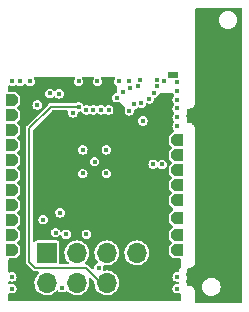
<source format=gbr>
%TF.GenerationSoftware,KiCad,Pcbnew,(5.99.0-10506-gb986797469)*%
%TF.CreationDate,2021-09-09T23:38:44+02:00*%
%TF.ProjectId,ESP31,45535033-312e-46b6-9963-61645f706362,rev?*%
%TF.SameCoordinates,Original*%
%TF.FileFunction,Copper,L3,Inr*%
%TF.FilePolarity,Positive*%
%FSLAX46Y46*%
G04 Gerber Fmt 4.6, Leading zero omitted, Abs format (unit mm)*
G04 Created by KiCad (PCBNEW (5.99.0-10506-gb986797469)) date 2021-09-09 23:38:44*
%MOMM*%
%LPD*%
G01*
G04 APERTURE LIST*
G04 Aperture macros list*
%AMOutline5P*
0 Free polygon, 5 corners , with rotation*
0 The origin of the aperture is its center*
0 number of corners: always 8*
0 $1 to $10 corner X, Y*
0 $11 Rotation angle, in degrees counterclockwise*
0 create outline with 8 corners*
4,1,5,$1,$2,$3,$4,$5,$6,$7,$8,$9,$10,$1,$2,$11*%
%AMOutline6P*
0 Free polygon, 6 corners , with rotation*
0 The origin of the aperture is its center*
0 number of corners: always 6*
0 $1 to $12 corner X, Y*
0 $13 Rotation angle, in degrees counterclockwise*
0 create outline with 6 corners*
4,1,6,$1,$2,$3,$4,$5,$6,$7,$8,$9,$10,$11,$12,$1,$2,$13*%
%AMOutline7P*
0 Free polygon, 7 corners , with rotation*
0 The origin of the aperture is its center*
0 number of corners: always 7*
0 $1 to $14 corner X, Y*
0 $15 Rotation angle, in degrees counterclockwise*
0 create outline with 7 corners*
4,1,7,$1,$2,$3,$4,$5,$6,$7,$8,$9,$10,$11,$12,$13,$14,$1,$2,$15*%
%AMOutline8P*
0 Free polygon, 8 corners , with rotation*
0 The origin of the aperture is its center*
0 number of corners: always 8*
0 $1 to $16 corner X, Y*
0 $17 Rotation angle, in degrees counterclockwise*
0 create outline with 8 corners*
4,1,8,$1,$2,$3,$4,$5,$6,$7,$8,$9,$10,$11,$12,$13,$14,$15,$16,$1,$2,$17*%
G04 Aperture macros list end*
%TA.AperFunction,ComponentPad*%
%ADD10Outline6P,0.250000X-0.500000X-0.500000X-0.500000X-0.500000X0.500000X0.250000X0.500000X0.500000X0.250000X0.500000X-0.250000X180.000000*%
%TD*%
%TA.AperFunction,ComponentPad*%
%ADD11Outline6P,0.250000X-0.500000X-0.500000X-0.500000X-0.500000X0.500000X0.250000X0.500000X0.500000X0.250000X0.500000X-0.250000X0.000000*%
%TD*%
%TA.AperFunction,ComponentPad*%
%ADD12R,0.900000X0.500000*%
%TD*%
%TA.AperFunction,ComponentPad*%
%ADD13R,1.700000X1.700000*%
%TD*%
%TA.AperFunction,ComponentPad*%
%ADD14O,1.700000X1.700000*%
%TD*%
%TA.AperFunction,ViaPad*%
%ADD15C,0.400000*%
%TD*%
%TA.AperFunction,Conductor*%
%ADD16C,0.200000*%
%TD*%
G04 APERTURE END LIST*
D10*
%TO.N,/IO5*%
%TO.C,J10*%
X118500000Y-107780000D03*
%TD*%
%TO.N,/IO21*%
%TO.C,J15*%
X118500000Y-101180000D03*
%TD*%
%TO.N,/IO10*%
%TO.C,J12*%
X118500000Y-109230000D03*
%TD*%
D11*
%TO.N,/IO34*%
%TO.C,J23*%
X104500000Y-102870000D03*
%TD*%
D10*
%TO.N,/IO19*%
%TO.C,J14*%
X118500000Y-103720000D03*
%TD*%
%TO.N,/IO9*%
%TO.C,J11*%
X118500000Y-110500000D03*
%TD*%
%TO.N,/IO23*%
%TO.C,J17*%
X118500000Y-104990000D03*
%TD*%
D11*
%TO.N,/IO35*%
%TO.C,J24*%
X104500000Y-100330000D03*
%TD*%
%TO.N,/IO25*%
%TO.C,J18*%
X104500000Y-107950000D03*
%TD*%
%TO.N,/IO27*%
%TO.C,J20*%
X104500000Y-110490000D03*
%TD*%
%TO.N,/IO33*%
%TO.C,J22*%
X104500000Y-106680000D03*
%TD*%
%TO.N,/IO26*%
%TO.C,J19*%
X104500000Y-109220000D03*
%TD*%
D10*
%TO.N,/IO18*%
%TO.C,J13*%
X118500000Y-106260000D03*
%TD*%
D12*
%TO.N,GND*%
%TO.C,AE1*%
X118150000Y-95625000D03*
%TD*%
D11*
%TO.N,/CAPN*%
%TO.C,J5*%
X104500000Y-105410000D03*
%TD*%
%TO.N,/SENS_VN*%
%TO.C,J6*%
X104500000Y-104140000D03*
%TD*%
D10*
%TO.N,/IO22*%
%TO.C,J16*%
X118500000Y-102450000D03*
%TD*%
D11*
%TO.N,/SENS_VP*%
%TO.C,J3*%
X104500000Y-97790000D03*
%TD*%
%TO.N,/IO32*%
%TO.C,J21*%
X104500000Y-101600000D03*
%TD*%
%TO.N,/CAPP*%
%TO.C,J4*%
X104500000Y-99060000D03*
%TD*%
D13*
%TO.N,GND*%
%TO.C,J1*%
X107460000Y-110725000D03*
D14*
%TO.N,/IO1*%
X107460000Y-113265000D03*
%TO.N,/IO2*%
X110000000Y-110725000D03*
%TO.N,/IO4*%
X110000000Y-113265000D03*
%TO.N,/IO0*%
X112540000Y-110725000D03*
%TO.N,/EN*%
X112540000Y-113265000D03*
%TO.N,/IO3*%
X115080000Y-110725000D03*
%TO.N,+3V3*%
X115080000Y-113265000D03*
%TD*%
D15*
%TO.N,GND*%
X117350000Y-96150000D03*
X116130000Y-97680000D03*
X105200000Y-96200000D03*
X109100000Y-109150000D03*
X113900000Y-97100000D03*
X104550000Y-96200000D03*
X113550000Y-96200000D03*
X111840000Y-112000000D03*
X114850000Y-98150000D03*
X108580000Y-107330000D03*
X118500000Y-98500000D03*
X116530000Y-97200000D03*
X116750000Y-96050000D03*
X111500000Y-103000000D03*
X106650000Y-98200000D03*
X108508800Y-97256600D03*
X104500000Y-113750000D03*
X110500000Y-102000000D03*
X108740000Y-113670000D03*
X118500000Y-97750000D03*
X106050000Y-96200000D03*
X118500000Y-100000000D03*
X115350000Y-96050000D03*
X116750000Y-96600000D03*
X115150000Y-96600000D03*
X112500000Y-102000000D03*
X112500000Y-104000000D03*
X118500000Y-96250000D03*
X111750000Y-96200000D03*
X118500000Y-99250000D03*
X114503200Y-96800000D03*
X114400000Y-96200000D03*
X113374500Y-97587566D03*
X110150000Y-96200000D03*
X118500000Y-112750000D03*
X104500000Y-112750000D03*
X118500000Y-97000000D03*
X110500000Y-104000000D03*
X110810000Y-109140000D03*
X118500000Y-113750000D03*
X115450000Y-98050000D03*
X114450000Y-98700000D03*
%TO.N,/EN*%
X107725000Y-97227600D03*
X110162095Y-98373291D03*
%TO.N,+3V3*%
X110124000Y-97775000D03*
X114750000Y-99500000D03*
X116396800Y-101896800D03*
X115750000Y-101250000D03*
X107100000Y-104400000D03*
X116961978Y-97635519D03*
X116000000Y-105750000D03*
%TO.N,/IO1*%
X116464297Y-103214297D03*
%TO.N,/IO2*%
X107150980Y-107900000D03*
X115590000Y-99560000D03*
%TO.N,/IO4*%
X108200000Y-109000000D03*
%TO.N,/IO3*%
X117211935Y-103241894D03*
%TO.N,/SENS_VN*%
X110808929Y-98625870D03*
%TO.N,/SENS_VP*%
X112700500Y-98625000D03*
%TO.N,/CAPP*%
X112057502Y-98617052D03*
%TO.N,/CAPN*%
X111408098Y-98605879D03*
%TO.N,/IO34*%
X109668798Y-98858724D03*
%TD*%
D16*
%TO.N,/EN*%
X110750000Y-112000000D02*
X106495880Y-112000000D01*
X105960000Y-100190000D02*
X105960000Y-111440000D01*
X112015000Y-113265000D02*
X110750000Y-112000000D01*
X112540000Y-113265000D02*
X112015000Y-113265000D01*
X110148017Y-98359213D02*
X107790787Y-98359213D01*
X107790787Y-98359213D02*
X105960000Y-100190000D01*
X106495880Y-112000000D02*
X105960000Y-111464120D01*
X110162095Y-98373291D02*
X110148017Y-98359213D01*
X105960000Y-111464120D02*
X105960000Y-111440000D01*
%TD*%
%TA.AperFunction,NonConductor*%
G36*
X123959191Y-90018907D02*
G01*
X123995155Y-90068407D01*
X124000000Y-90099000D01*
X124000000Y-114901000D01*
X123981093Y-114959191D01*
X123931593Y-114995155D01*
X123901000Y-115000000D01*
X120099000Y-115000000D01*
X120040809Y-114981093D01*
X120004845Y-114931593D01*
X120000000Y-114901000D01*
X120000000Y-114025613D01*
X120001957Y-114009265D01*
X120005286Y-114007741D01*
X120002667Y-113936096D01*
X120004416Y-113934687D01*
X120002359Y-113927681D01*
X120002092Y-113920381D01*
X119999985Y-113919597D01*
X119964095Y-113797364D01*
X119965583Y-113795221D01*
X119961685Y-113789156D01*
X119959654Y-113782238D01*
X119957060Y-113781959D01*
X119888207Y-113674820D01*
X119889031Y-113672346D01*
X119883583Y-113667626D01*
X119879684Y-113661558D01*
X119877116Y-113662021D01*
X119850844Y-113639256D01*
X119799243Y-113594544D01*
X120618519Y-113594544D01*
X120636731Y-113767816D01*
X120692878Y-113932747D01*
X120784170Y-114081139D01*
X120906069Y-114205619D01*
X120910723Y-114208618D01*
X120910725Y-114208620D01*
X121047866Y-114297001D01*
X121052518Y-114299999D01*
X121216236Y-114359588D01*
X121350111Y-114376500D01*
X121444575Y-114376500D01*
X121468451Y-114373822D01*
X121567643Y-114362696D01*
X121567647Y-114362695D01*
X121573140Y-114362079D01*
X121737675Y-114304782D01*
X121885427Y-114212456D01*
X122009053Y-114089691D01*
X122102408Y-113942587D01*
X122160852Y-113778456D01*
X122181481Y-113605456D01*
X122163269Y-113432184D01*
X122107122Y-113267253D01*
X122015830Y-113118861D01*
X121893931Y-112994381D01*
X121889277Y-112991382D01*
X121889275Y-112991380D01*
X121752134Y-112902999D01*
X121747482Y-112900001D01*
X121583764Y-112840412D01*
X121449889Y-112823500D01*
X121355425Y-112823500D01*
X121331549Y-112826178D01*
X121232357Y-112837304D01*
X121232353Y-112837305D01*
X121226860Y-112837921D01*
X121062325Y-112895218D01*
X120914573Y-112987544D01*
X120871554Y-113030263D01*
X120800233Y-113101088D01*
X120790947Y-113110309D01*
X120697592Y-113257413D01*
X120639148Y-113421544D01*
X120638493Y-113427037D01*
X120621068Y-113573171D01*
X120618519Y-113594544D01*
X119799243Y-113594544D01*
X119789322Y-113585948D01*
X119789321Y-113585947D01*
X119780868Y-113578623D01*
X119780962Y-113576016D01*
X119774403Y-113573021D01*
X119768954Y-113568299D01*
X119766621Y-113569467D01*
X119664221Y-113522702D01*
X119660939Y-113521203D01*
X119660937Y-113521203D01*
X119650776Y-113516562D01*
X119650131Y-113514034D01*
X119642994Y-113513008D01*
X119636436Y-113510013D01*
X119634527Y-113511790D01*
X119508468Y-113493666D01*
X119507137Y-113491422D01*
X119500000Y-113492448D01*
X119492863Y-113491422D01*
X119491532Y-113493666D01*
X119465499Y-113497409D01*
X119405210Y-113486976D01*
X119362568Y-113443098D01*
X119352779Y-113390876D01*
X119353698Y-113380263D01*
X119353698Y-113380261D01*
X119354404Y-113372108D01*
X119326262Y-113258814D01*
X119262939Y-113160744D01*
X119262502Y-113160399D01*
X119238992Y-113108326D01*
X119251401Y-113048413D01*
X119264697Y-113030263D01*
X119291574Y-113001188D01*
X119297130Y-112995178D01*
X119300438Y-112987695D01*
X119300440Y-112987692D01*
X119341023Y-112895893D01*
X119341024Y-112895890D01*
X119344331Y-112888409D01*
X119349573Y-112827892D01*
X119353698Y-112780261D01*
X119353698Y-112780260D01*
X119354404Y-112772108D01*
X119326262Y-112658814D01*
X119262939Y-112560744D01*
X119262502Y-112560399D01*
X119238992Y-112508326D01*
X119251401Y-112448413D01*
X119264697Y-112430263D01*
X119291574Y-112401188D01*
X119297130Y-112395178D01*
X119300438Y-112387695D01*
X119300440Y-112387692D01*
X119341023Y-112295893D01*
X119341024Y-112295890D01*
X119344331Y-112288409D01*
X119349573Y-112227892D01*
X119353698Y-112180261D01*
X119353698Y-112180260D01*
X119354404Y-112172108D01*
X119342093Y-112122546D01*
X119346414Y-112061513D01*
X119385785Y-112014677D01*
X119445166Y-111999927D01*
X119452262Y-112000688D01*
X119491532Y-112006334D01*
X119492863Y-112008578D01*
X119500000Y-112007552D01*
X119507137Y-112008578D01*
X119508468Y-112006334D01*
X119634527Y-111988210D01*
X119636436Y-111989987D01*
X119642994Y-111986992D01*
X119650131Y-111985966D01*
X119650776Y-111983438D01*
X119700469Y-111960744D01*
X119756455Y-111935176D01*
X119756456Y-111935175D01*
X119766621Y-111930533D01*
X119768954Y-111931701D01*
X119774403Y-111926979D01*
X119780962Y-111923984D01*
X119780868Y-111921377D01*
X119785894Y-111917022D01*
X119785896Y-111917021D01*
X119847470Y-111863667D01*
X119877116Y-111837979D01*
X119879684Y-111838442D01*
X119883583Y-111832374D01*
X119889031Y-111827654D01*
X119888207Y-111825180D01*
X119957060Y-111718041D01*
X119959654Y-111717762D01*
X119961685Y-111710844D01*
X119965583Y-111704779D01*
X119964095Y-111702636D01*
X119999985Y-111580403D01*
X120002092Y-111579619D01*
X120002359Y-111572319D01*
X120004416Y-111565313D01*
X120002667Y-111563904D01*
X120005286Y-111492259D01*
X120001833Y-111490678D01*
X120000000Y-111477559D01*
X120000000Y-100225613D01*
X120001957Y-100209265D01*
X120005286Y-100207741D01*
X120002667Y-100136096D01*
X120004416Y-100134687D01*
X120002359Y-100127681D01*
X120002092Y-100120381D01*
X119999985Y-100119597D01*
X119964095Y-99997364D01*
X119965583Y-99995221D01*
X119961685Y-99989156D01*
X119959654Y-99982238D01*
X119957060Y-99981959D01*
X119888207Y-99874820D01*
X119889031Y-99872346D01*
X119883583Y-99867626D01*
X119879684Y-99861558D01*
X119877116Y-99862021D01*
X119780868Y-99778623D01*
X119780962Y-99776016D01*
X119774403Y-99773021D01*
X119768954Y-99768299D01*
X119766621Y-99769467D01*
X119760571Y-99766704D01*
X119660939Y-99721203D01*
X119660937Y-99721203D01*
X119650776Y-99716562D01*
X119650131Y-99714034D01*
X119642994Y-99713008D01*
X119636436Y-99710013D01*
X119634527Y-99711790D01*
X119508468Y-99693666D01*
X119507137Y-99691422D01*
X119500000Y-99692448D01*
X119492863Y-99691422D01*
X119491532Y-99693666D01*
X119414335Y-99704765D01*
X119354046Y-99694332D01*
X119311403Y-99650454D01*
X119302696Y-99589891D01*
X119309700Y-99566744D01*
X119341023Y-99495893D01*
X119341024Y-99495890D01*
X119344331Y-99488409D01*
X119349573Y-99427892D01*
X119353698Y-99380261D01*
X119353698Y-99380260D01*
X119354404Y-99372108D01*
X119326262Y-99258814D01*
X119262939Y-99160744D01*
X119262502Y-99160399D01*
X119238992Y-99108326D01*
X119251401Y-99048413D01*
X119264697Y-99030263D01*
X119291574Y-99001188D01*
X119297130Y-98995178D01*
X119300438Y-98987695D01*
X119300440Y-98987692D01*
X119341023Y-98895893D01*
X119341024Y-98895890D01*
X119344331Y-98888409D01*
X119349573Y-98827892D01*
X119353698Y-98780261D01*
X119353698Y-98780260D01*
X119354404Y-98772108D01*
X119326262Y-98658814D01*
X119318742Y-98647167D01*
X119303062Y-98588026D01*
X119325138Y-98530963D01*
X119376540Y-98497773D01*
X119416000Y-98495475D01*
X119466975Y-98502803D01*
X119491532Y-98506334D01*
X119492863Y-98508578D01*
X119500000Y-98507552D01*
X119507137Y-98508578D01*
X119508468Y-98506334D01*
X119634527Y-98488210D01*
X119636436Y-98489987D01*
X119642994Y-98486992D01*
X119650131Y-98485966D01*
X119650776Y-98483438D01*
X119664221Y-98477298D01*
X119756455Y-98435176D01*
X119756456Y-98435175D01*
X119766621Y-98430533D01*
X119768954Y-98431701D01*
X119774403Y-98426979D01*
X119780962Y-98423984D01*
X119780868Y-98421377D01*
X119785894Y-98417022D01*
X119785896Y-98417021D01*
X119834054Y-98375291D01*
X119877116Y-98337979D01*
X119879684Y-98338442D01*
X119883583Y-98332374D01*
X119889031Y-98327654D01*
X119888207Y-98325180D01*
X119957060Y-98218041D01*
X119959654Y-98217762D01*
X119961685Y-98210844D01*
X119965583Y-98204779D01*
X119964095Y-98202636D01*
X119999985Y-98080403D01*
X120002092Y-98079619D01*
X120002359Y-98072319D01*
X120004416Y-98065313D01*
X120002667Y-98063904D01*
X120005286Y-97992259D01*
X120001833Y-97990678D01*
X120000000Y-97977559D01*
X120000000Y-90994544D01*
X122018519Y-90994544D01*
X122036731Y-91167816D01*
X122092878Y-91332747D01*
X122184170Y-91481139D01*
X122306069Y-91605619D01*
X122310723Y-91608618D01*
X122310725Y-91608620D01*
X122447866Y-91697001D01*
X122452518Y-91699999D01*
X122616236Y-91759588D01*
X122750111Y-91776500D01*
X122844575Y-91776500D01*
X122868451Y-91773822D01*
X122967643Y-91762696D01*
X122967647Y-91762695D01*
X122973140Y-91762079D01*
X123137675Y-91704782D01*
X123285427Y-91612456D01*
X123409053Y-91489691D01*
X123502408Y-91342587D01*
X123560852Y-91178456D01*
X123581481Y-91005456D01*
X123563269Y-90832184D01*
X123507122Y-90667253D01*
X123415830Y-90518861D01*
X123293931Y-90394381D01*
X123289277Y-90391382D01*
X123289275Y-90391380D01*
X123152134Y-90302999D01*
X123147482Y-90300001D01*
X122983764Y-90240412D01*
X122849889Y-90223500D01*
X122755425Y-90223500D01*
X122731549Y-90226178D01*
X122632357Y-90237304D01*
X122632353Y-90237305D01*
X122626860Y-90237921D01*
X122462325Y-90295218D01*
X122314573Y-90387544D01*
X122190947Y-90510309D01*
X122097592Y-90657413D01*
X122039148Y-90821544D01*
X122018519Y-90994544D01*
X120000000Y-90994544D01*
X120000000Y-90099000D01*
X120018907Y-90040809D01*
X120068407Y-90004845D01*
X120099000Y-90000000D01*
X123901000Y-90000000D01*
X123959191Y-90018907D01*
G37*
%TD.AperFunction*%
%TA.AperFunction,Conductor*%
%TO.N,+3V3*%
G36*
X109804790Y-95818907D02*
G01*
X109840754Y-95868407D01*
X109840754Y-95929593D01*
X109826989Y-95956608D01*
X109821944Y-95961653D01*
X109764347Y-96074694D01*
X109744500Y-96200000D01*
X109764347Y-96325306D01*
X109767883Y-96332246D01*
X109800442Y-96396146D01*
X109821944Y-96438347D01*
X109911653Y-96528056D01*
X109918590Y-96531591D01*
X109918592Y-96531592D01*
X109985944Y-96565909D01*
X110024694Y-96585653D01*
X110032388Y-96586872D01*
X110032389Y-96586872D01*
X110142304Y-96604281D01*
X110150000Y-96605500D01*
X110157696Y-96604281D01*
X110267611Y-96586872D01*
X110267612Y-96586872D01*
X110275306Y-96585653D01*
X110314056Y-96565909D01*
X110381408Y-96531592D01*
X110381410Y-96531591D01*
X110388347Y-96528056D01*
X110478056Y-96438347D01*
X110499559Y-96396146D01*
X110532117Y-96332246D01*
X110535653Y-96325306D01*
X110555500Y-96200000D01*
X110535653Y-96074694D01*
X110478056Y-95961653D01*
X110473170Y-95956767D01*
X110454401Y-95898998D01*
X110473310Y-95840807D01*
X110522810Y-95804845D01*
X110553401Y-95800000D01*
X111346599Y-95800000D01*
X111404790Y-95818907D01*
X111440754Y-95868407D01*
X111440754Y-95929593D01*
X111426989Y-95956608D01*
X111421944Y-95961653D01*
X111364347Y-96074694D01*
X111344500Y-96200000D01*
X111364347Y-96325306D01*
X111367883Y-96332246D01*
X111400442Y-96396146D01*
X111421944Y-96438347D01*
X111511653Y-96528056D01*
X111518590Y-96531591D01*
X111518592Y-96531592D01*
X111585944Y-96565909D01*
X111624694Y-96585653D01*
X111632388Y-96586872D01*
X111632389Y-96586872D01*
X111742304Y-96604281D01*
X111750000Y-96605500D01*
X111757696Y-96604281D01*
X111867611Y-96586872D01*
X111867612Y-96586872D01*
X111875306Y-96585653D01*
X111914056Y-96565909D01*
X111981408Y-96531592D01*
X111981410Y-96531591D01*
X111988347Y-96528056D01*
X112078056Y-96438347D01*
X112099559Y-96396146D01*
X112132117Y-96332246D01*
X112135653Y-96325306D01*
X112155500Y-96200000D01*
X112135653Y-96074694D01*
X112078056Y-95961653D01*
X112073170Y-95956767D01*
X112054401Y-95898998D01*
X112073310Y-95840807D01*
X112122810Y-95804845D01*
X112153401Y-95800000D01*
X113146599Y-95800000D01*
X113204790Y-95818907D01*
X113240754Y-95868407D01*
X113240754Y-95929593D01*
X113226989Y-95956608D01*
X113221944Y-95961653D01*
X113164347Y-96074694D01*
X113144500Y-96200000D01*
X113164347Y-96325306D01*
X113167883Y-96332246D01*
X113200442Y-96396146D01*
X113221944Y-96438347D01*
X113311653Y-96528056D01*
X113318592Y-96531592D01*
X113318594Y-96531593D01*
X113385944Y-96565909D01*
X113429209Y-96609173D01*
X113440000Y-96654119D01*
X113440000Y-97087138D01*
X113421093Y-97145329D01*
X113371593Y-97181293D01*
X113356487Y-97184919D01*
X113256889Y-97200694D01*
X113256888Y-97200694D01*
X113249194Y-97201913D01*
X113242254Y-97205449D01*
X113143092Y-97255974D01*
X113143090Y-97255975D01*
X113136153Y-97259510D01*
X113046444Y-97349219D01*
X112988847Y-97462260D01*
X112987628Y-97469954D01*
X112987628Y-97469955D01*
X112985467Y-97483597D01*
X112969000Y-97587566D01*
X112988847Y-97712872D01*
X112992383Y-97719812D01*
X113042353Y-97817883D01*
X113046444Y-97825913D01*
X113136153Y-97915622D01*
X113143090Y-97919157D01*
X113143092Y-97919158D01*
X113223411Y-97960082D01*
X113249194Y-97973219D01*
X113256888Y-97974438D01*
X113256889Y-97974438D01*
X113366804Y-97991847D01*
X113374500Y-97993066D01*
X113382196Y-97991847D01*
X113492111Y-97974438D01*
X113492112Y-97974438D01*
X113499806Y-97973219D01*
X113506744Y-97969684D01*
X113506753Y-97969681D01*
X113525592Y-97960082D01*
X113586024Y-97950511D01*
X113640142Y-97977894D01*
X113757879Y-98094308D01*
X114072991Y-98405879D01*
X114101075Y-98460237D01*
X114091593Y-98521220D01*
X114064347Y-98574694D01*
X114063128Y-98582388D01*
X114063128Y-98582389D01*
X114056269Y-98625695D01*
X114044500Y-98700000D01*
X114045719Y-98707696D01*
X114058849Y-98790591D01*
X114064347Y-98825306D01*
X114067883Y-98832246D01*
X114116889Y-98928425D01*
X114121944Y-98938347D01*
X114211653Y-99028056D01*
X114218590Y-99031591D01*
X114218592Y-99031592D01*
X114317754Y-99082117D01*
X114324694Y-99085653D01*
X114332388Y-99086872D01*
X114332389Y-99086872D01*
X114442304Y-99104281D01*
X114450000Y-99105500D01*
X114457696Y-99104281D01*
X114567611Y-99086872D01*
X114567612Y-99086872D01*
X114575306Y-99085653D01*
X114582246Y-99082117D01*
X114681408Y-99031592D01*
X114681410Y-99031591D01*
X114688347Y-99028056D01*
X114778056Y-98938347D01*
X114783112Y-98928425D01*
X114832117Y-98832246D01*
X114835653Y-98825306D01*
X114841152Y-98790591D01*
X114854281Y-98707696D01*
X114855500Y-98700000D01*
X114853094Y-98684808D01*
X114848526Y-98655967D01*
X114858097Y-98595535D01*
X114901362Y-98552270D01*
X114930820Y-98542699D01*
X114967611Y-98536872D01*
X114967612Y-98536872D01*
X114975306Y-98535653D01*
X114990216Y-98528056D01*
X115081408Y-98481592D01*
X115081410Y-98481591D01*
X115088347Y-98478056D01*
X115145353Y-98421050D01*
X115199870Y-98393273D01*
X115260302Y-98402844D01*
X115317753Y-98432117D01*
X115317756Y-98432118D01*
X115324694Y-98435653D01*
X115332388Y-98436872D01*
X115332389Y-98436872D01*
X115442304Y-98454281D01*
X115450000Y-98455500D01*
X115457696Y-98454281D01*
X115567611Y-98436872D01*
X115567612Y-98436872D01*
X115575306Y-98435653D01*
X115582246Y-98432117D01*
X115681408Y-98381592D01*
X115681410Y-98381591D01*
X115688347Y-98378056D01*
X115778056Y-98288347D01*
X115783419Y-98277823D01*
X115832117Y-98182246D01*
X115835653Y-98175306D01*
X115843031Y-98128726D01*
X115870809Y-98074210D01*
X115925326Y-98046433D01*
X115985757Y-98056005D01*
X115997748Y-98062115D01*
X115997754Y-98062117D01*
X116004694Y-98065653D01*
X116012388Y-98066872D01*
X116012389Y-98066872D01*
X116088924Y-98078994D01*
X116110359Y-98082389D01*
X116122304Y-98084281D01*
X116130000Y-98085500D01*
X116137696Y-98084281D01*
X116149642Y-98082389D01*
X116171076Y-98078994D01*
X116247611Y-98066872D01*
X116247612Y-98066872D01*
X116255306Y-98065653D01*
X116272308Y-98056990D01*
X116361408Y-98011592D01*
X116361410Y-98011591D01*
X116368347Y-98008056D01*
X116458056Y-97918347D01*
X116476451Y-97882246D01*
X116512117Y-97812246D01*
X116515653Y-97805306D01*
X116517172Y-97795719D01*
X116535500Y-97680000D01*
X116537238Y-97680275D01*
X116553188Y-97631184D01*
X116602688Y-97595220D01*
X116617791Y-97591595D01*
X116639276Y-97588192D01*
X116647611Y-97586872D01*
X116647612Y-97586872D01*
X116655306Y-97585653D01*
X116724985Y-97550150D01*
X116761408Y-97531592D01*
X116761410Y-97531591D01*
X116768347Y-97528056D01*
X116858056Y-97438347D01*
X116867433Y-97419945D01*
X116912117Y-97332246D01*
X116915653Y-97325306D01*
X116917521Y-97313512D01*
X116945299Y-97258995D01*
X116999816Y-97231219D01*
X117015302Y-97230000D01*
X118122589Y-97230000D01*
X118180780Y-97248907D01*
X118192593Y-97258996D01*
X118238593Y-97304996D01*
X118266370Y-97359513D01*
X118256799Y-97419945D01*
X118238593Y-97445004D01*
X118171944Y-97511653D01*
X118168409Y-97518590D01*
X118168408Y-97518592D01*
X118124127Y-97605500D01*
X118114347Y-97624694D01*
X118113128Y-97632388D01*
X118113128Y-97632389D01*
X118112126Y-97638717D01*
X118094500Y-97750000D01*
X118114347Y-97875306D01*
X118117883Y-97882246D01*
X118162904Y-97970604D01*
X118171944Y-97988347D01*
X118238593Y-98054996D01*
X118266370Y-98109513D01*
X118256799Y-98169945D01*
X118238593Y-98195004D01*
X118171944Y-98261653D01*
X118168409Y-98268590D01*
X118168408Y-98268592D01*
X118122204Y-98359273D01*
X118114347Y-98374694D01*
X118113128Y-98382388D01*
X118113128Y-98382389D01*
X118103745Y-98441631D01*
X118094500Y-98500000D01*
X118095719Y-98507696D01*
X118113080Y-98617304D01*
X118114347Y-98625306D01*
X118117883Y-98632246D01*
X118162292Y-98719403D01*
X118171944Y-98738347D01*
X118238593Y-98804996D01*
X118266370Y-98859513D01*
X118256799Y-98919945D01*
X118238593Y-98945004D01*
X118171944Y-99011653D01*
X118168409Y-99018590D01*
X118168408Y-99018592D01*
X118125616Y-99102577D01*
X118114347Y-99124694D01*
X118113128Y-99132388D01*
X118113128Y-99132389D01*
X118105922Y-99177883D01*
X118094500Y-99250000D01*
X118114347Y-99375306D01*
X118117883Y-99382246D01*
X118144607Y-99434694D01*
X118171944Y-99488347D01*
X118238593Y-99554996D01*
X118266370Y-99609513D01*
X118256799Y-99669945D01*
X118238593Y-99695004D01*
X118171944Y-99761653D01*
X118168409Y-99768590D01*
X118168408Y-99768592D01*
X118151208Y-99802350D01*
X118114347Y-99874694D01*
X118113128Y-99882388D01*
X118113128Y-99882389D01*
X118110493Y-99899024D01*
X118094500Y-100000000D01*
X118095719Y-100007696D01*
X118106742Y-100077288D01*
X118114347Y-100125306D01*
X118117883Y-100132246D01*
X118167481Y-100229587D01*
X118171944Y-100238347D01*
X118244093Y-100310496D01*
X118271870Y-100365013D01*
X118262299Y-100425445D01*
X118219034Y-100468710D01*
X118197305Y-100473926D01*
X118197542Y-100474655D01*
X118182630Y-100479500D01*
X118166950Y-100479500D01*
X117799500Y-100846950D01*
X117799500Y-101513050D01*
X118031446Y-101744996D01*
X118059223Y-101799513D01*
X118049652Y-101859945D01*
X118031446Y-101885004D01*
X117799500Y-102116950D01*
X117799500Y-102783050D01*
X118031446Y-103014996D01*
X118059223Y-103069513D01*
X118049652Y-103129945D01*
X118031446Y-103155004D01*
X117799500Y-103386950D01*
X117799500Y-104053050D01*
X118031446Y-104284996D01*
X118059223Y-104339513D01*
X118049652Y-104399945D01*
X118031446Y-104425004D01*
X117799500Y-104656950D01*
X117799500Y-105323050D01*
X118031446Y-105554996D01*
X118059223Y-105609513D01*
X118049652Y-105669945D01*
X118031446Y-105695004D01*
X117799500Y-105926950D01*
X117799500Y-106593050D01*
X118156446Y-106949996D01*
X118184223Y-107004513D01*
X118174652Y-107064945D01*
X118156446Y-107090004D01*
X117799500Y-107446950D01*
X117799500Y-108113050D01*
X118121446Y-108434996D01*
X118149223Y-108489513D01*
X118139652Y-108549945D01*
X118121446Y-108575004D01*
X117799500Y-108896950D01*
X117799500Y-109563050D01*
X118031446Y-109794996D01*
X118059223Y-109849513D01*
X118049652Y-109909945D01*
X118031446Y-109935004D01*
X117799500Y-110166950D01*
X117799500Y-110833050D01*
X118166950Y-111200500D01*
X118701000Y-111200500D01*
X118759191Y-111219407D01*
X118795155Y-111268907D01*
X118800000Y-111299500D01*
X118800000Y-111446418D01*
X118798228Y-111465063D01*
X118794329Y-111485395D01*
X118795787Y-111525264D01*
X118796157Y-111535375D01*
X118793067Y-111535488D01*
X118793232Y-111537213D01*
X118795457Y-111537080D01*
X118795457Y-111537082D01*
X118797360Y-111569002D01*
X118797464Y-111571147D01*
X118798553Y-111600909D01*
X118799467Y-111604335D01*
X118799689Y-111608052D01*
X118801265Y-111613421D01*
X118801266Y-111613424D01*
X118807806Y-111635697D01*
X118808467Y-111638057D01*
X118816842Y-111669434D01*
X118813845Y-111670234D01*
X118814175Y-111672146D01*
X118818164Y-111670974D01*
X118818165Y-111670975D01*
X118834816Y-111727683D01*
X118835009Y-111728619D01*
X118834443Y-111734073D01*
X118845714Y-111765419D01*
X118847537Y-111771008D01*
X118852389Y-111787533D01*
X118850824Y-111787993D01*
X118855328Y-111841728D01*
X118823625Y-111894060D01*
X118805960Y-111906232D01*
X118782112Y-111919100D01*
X118702870Y-112004822D01*
X118699562Y-112012305D01*
X118699560Y-112012308D01*
X118658977Y-112104107D01*
X118658976Y-112104110D01*
X118655669Y-112111591D01*
X118654963Y-112119739D01*
X118654963Y-112119740D01*
X118646302Y-112219739D01*
X118645596Y-112227892D01*
X118647569Y-112235835D01*
X118648211Y-112243989D01*
X118644541Y-112244278D01*
X118641398Y-112289210D01*
X118602068Y-112336080D01*
X118542700Y-112350882D01*
X118534120Y-112349904D01*
X118507697Y-112345719D01*
X118507696Y-112345719D01*
X118500000Y-112344500D01*
X118492304Y-112345719D01*
X118382389Y-112363128D01*
X118382388Y-112363128D01*
X118374694Y-112364347D01*
X118367754Y-112367883D01*
X118268592Y-112418408D01*
X118268590Y-112418409D01*
X118261653Y-112421944D01*
X118171944Y-112511653D01*
X118168409Y-112518590D01*
X118168408Y-112518592D01*
X118117883Y-112617754D01*
X118114347Y-112624694D01*
X118113128Y-112632388D01*
X118113128Y-112632389D01*
X118106709Y-112672919D01*
X118094500Y-112750000D01*
X118095719Y-112757696D01*
X118113097Y-112867412D01*
X118114347Y-112875306D01*
X118117883Y-112882246D01*
X118145515Y-112936476D01*
X118171944Y-112988347D01*
X118261653Y-113078056D01*
X118268590Y-113081591D01*
X118268592Y-113081592D01*
X118367752Y-113132116D01*
X118374694Y-113135653D01*
X118382388Y-113136872D01*
X118382389Y-113136872D01*
X118479285Y-113152219D01*
X118495417Y-113160439D01*
X118520715Y-113152219D01*
X118562064Y-113145670D01*
X118622496Y-113155241D01*
X118665761Y-113198506D01*
X118675332Y-113258938D01*
X118668098Y-113283477D01*
X118662684Y-113295724D01*
X118621861Y-113341300D01*
X118556652Y-113353473D01*
X118520715Y-113347781D01*
X118504583Y-113339561D01*
X118479285Y-113347781D01*
X118382389Y-113363128D01*
X118382388Y-113363128D01*
X118374694Y-113364347D01*
X118367754Y-113367883D01*
X118268592Y-113418408D01*
X118268590Y-113418409D01*
X118261653Y-113421944D01*
X118171944Y-113511653D01*
X118168409Y-113518590D01*
X118168408Y-113518592D01*
X118117883Y-113617754D01*
X118114347Y-113624694D01*
X118113128Y-113632388D01*
X118113128Y-113632389D01*
X118110249Y-113650564D01*
X118094500Y-113750000D01*
X118095719Y-113757696D01*
X118112416Y-113863112D01*
X118114347Y-113875306D01*
X118117883Y-113882246D01*
X118123420Y-113893112D01*
X118171944Y-113988347D01*
X118261653Y-114078056D01*
X118268590Y-114081591D01*
X118268592Y-114081592D01*
X118360822Y-114128585D01*
X118374694Y-114135653D01*
X118382388Y-114136872D01*
X118382389Y-114136872D01*
X118492304Y-114154281D01*
X118500000Y-114155500D01*
X118507696Y-114154281D01*
X118617611Y-114136872D01*
X118617612Y-114136872D01*
X118625306Y-114135653D01*
X118632244Y-114132118D01*
X118632250Y-114132116D01*
X118656056Y-114119986D01*
X118716488Y-114110415D01*
X118771004Y-114138193D01*
X118798781Y-114192710D01*
X118800000Y-114208196D01*
X118800000Y-114701000D01*
X118781093Y-114759191D01*
X118731593Y-114795155D01*
X118701000Y-114800000D01*
X104299000Y-114800000D01*
X104240809Y-114781093D01*
X104204845Y-114731593D01*
X104200000Y-114701000D01*
X104200000Y-114208196D01*
X104218907Y-114150005D01*
X104268407Y-114114041D01*
X104329593Y-114114041D01*
X104343944Y-114119986D01*
X104367750Y-114132116D01*
X104367756Y-114132118D01*
X104374694Y-114135653D01*
X104382388Y-114136872D01*
X104382389Y-114136872D01*
X104492304Y-114154281D01*
X104500000Y-114155500D01*
X104507696Y-114154281D01*
X104617611Y-114136872D01*
X104617612Y-114136872D01*
X104625306Y-114135653D01*
X104639178Y-114128585D01*
X104731408Y-114081592D01*
X104731410Y-114081591D01*
X104738347Y-114078056D01*
X104828056Y-113988347D01*
X104876581Y-113893112D01*
X104882117Y-113882246D01*
X104885653Y-113875306D01*
X104887585Y-113863112D01*
X104904281Y-113757696D01*
X104905500Y-113750000D01*
X104889751Y-113650564D01*
X104886872Y-113632389D01*
X104886872Y-113632388D01*
X104885653Y-113624694D01*
X104882117Y-113617754D01*
X104831592Y-113518592D01*
X104831591Y-113518590D01*
X104828056Y-113511653D01*
X104738347Y-113421944D01*
X104731410Y-113418409D01*
X104731408Y-113418408D01*
X104632246Y-113367883D01*
X104625306Y-113364347D01*
X104617612Y-113363128D01*
X104617611Y-113363128D01*
X104520715Y-113347781D01*
X104504583Y-113339561D01*
X104479285Y-113347781D01*
X104382389Y-113363128D01*
X104382388Y-113363128D01*
X104374694Y-113364347D01*
X104367756Y-113367882D01*
X104367750Y-113367884D01*
X104343944Y-113380014D01*
X104283512Y-113389585D01*
X104228996Y-113361807D01*
X104201219Y-113307290D01*
X104200000Y-113291804D01*
X104200000Y-113208196D01*
X104218907Y-113150005D01*
X104268407Y-113114041D01*
X104329593Y-113114041D01*
X104343944Y-113119986D01*
X104367750Y-113132116D01*
X104367756Y-113132118D01*
X104374694Y-113135653D01*
X104382388Y-113136872D01*
X104382389Y-113136872D01*
X104479285Y-113152219D01*
X104495417Y-113160439D01*
X104520715Y-113152219D01*
X104617611Y-113136872D01*
X104617612Y-113136872D01*
X104625306Y-113135653D01*
X104632248Y-113132116D01*
X104731408Y-113081592D01*
X104731410Y-113081591D01*
X104738347Y-113078056D01*
X104828056Y-112988347D01*
X104854486Y-112936476D01*
X104882117Y-112882246D01*
X104885653Y-112875306D01*
X104886904Y-112867412D01*
X104904281Y-112757696D01*
X104905500Y-112750000D01*
X104893291Y-112672919D01*
X104886872Y-112632389D01*
X104886872Y-112632388D01*
X104885653Y-112624694D01*
X104882117Y-112617754D01*
X104831592Y-112518592D01*
X104831591Y-112518590D01*
X104828056Y-112511653D01*
X104738347Y-112421944D01*
X104731410Y-112418409D01*
X104731408Y-112418408D01*
X104632246Y-112367883D01*
X104625306Y-112364347D01*
X104617612Y-112363128D01*
X104617611Y-112363128D01*
X104507696Y-112345719D01*
X104500000Y-112344500D01*
X104492304Y-112345719D01*
X104382389Y-112363128D01*
X104382388Y-112363128D01*
X104374694Y-112364347D01*
X104367756Y-112367882D01*
X104367750Y-112367884D01*
X104343944Y-112380014D01*
X104283512Y-112389585D01*
X104228996Y-112361807D01*
X104201219Y-112307290D01*
X104200000Y-112291804D01*
X104200000Y-111289500D01*
X104218907Y-111231309D01*
X104268407Y-111195345D01*
X104299000Y-111190500D01*
X104833050Y-111190500D01*
X105200500Y-110823050D01*
X105200500Y-110156950D01*
X104968554Y-109925004D01*
X104940777Y-109870487D01*
X104950348Y-109810055D01*
X104968554Y-109784996D01*
X105200500Y-109553050D01*
X105200500Y-108886950D01*
X104968554Y-108655004D01*
X104940777Y-108600487D01*
X104950348Y-108540055D01*
X104968554Y-108514996D01*
X105200500Y-108283050D01*
X105200500Y-107616950D01*
X104968554Y-107385004D01*
X104940777Y-107330487D01*
X104950348Y-107270055D01*
X104968554Y-107244996D01*
X105200500Y-107013050D01*
X105200500Y-106346950D01*
X104968554Y-106115004D01*
X104940777Y-106060487D01*
X104950348Y-106000055D01*
X104968554Y-105974996D01*
X105200500Y-105743050D01*
X105200500Y-105076950D01*
X104968554Y-104845004D01*
X104940777Y-104790487D01*
X104950348Y-104730055D01*
X104968554Y-104704996D01*
X105200500Y-104473050D01*
X105200500Y-103806950D01*
X104968554Y-103575004D01*
X104940777Y-103520487D01*
X104950348Y-103460055D01*
X104968554Y-103434996D01*
X105200500Y-103203050D01*
X105200500Y-102536950D01*
X104968554Y-102305004D01*
X104940777Y-102250487D01*
X104950348Y-102190055D01*
X104968554Y-102164996D01*
X105200500Y-101933050D01*
X105200500Y-101266950D01*
X104968554Y-101035004D01*
X104940777Y-100980487D01*
X104950348Y-100920055D01*
X104968554Y-100894996D01*
X105200500Y-100663050D01*
X105200500Y-100175077D01*
X105654864Y-100175077D01*
X105656097Y-100184134D01*
X105658596Y-100202500D01*
X105659500Y-100215850D01*
X105659500Y-111412012D01*
X105659270Y-111415144D01*
X105657777Y-111419492D01*
X105658120Y-111428628D01*
X105659430Y-111463521D01*
X105659500Y-111467235D01*
X105659500Y-111490966D01*
X105660335Y-111495450D01*
X105660582Y-111498124D01*
X105660931Y-111503509D01*
X105661974Y-111531282D01*
X105665580Y-111539677D01*
X105665581Y-111539679D01*
X105666514Y-111541850D01*
X105672877Y-111562794D01*
X105674983Y-111574099D01*
X105679780Y-111581881D01*
X105679781Y-111581884D01*
X105688948Y-111596756D01*
X105695630Y-111609619D01*
X105706134Y-111634068D01*
X105711455Y-111640546D01*
X105714958Y-111644049D01*
X105728139Y-111660724D01*
X105728887Y-111661549D01*
X105733684Y-111669331D01*
X105754055Y-111684821D01*
X105755705Y-111686076D01*
X105765785Y-111694876D01*
X106246548Y-112175639D01*
X106248600Y-112178017D01*
X106250619Y-112182147D01*
X106257319Y-112188362D01*
X106282922Y-112212112D01*
X106285598Y-112214689D01*
X106302378Y-112231469D01*
X106306135Y-112234047D01*
X106308220Y-112235779D01*
X106312274Y-112239340D01*
X106325932Y-112252010D01*
X106325935Y-112252012D01*
X106332635Y-112258227D01*
X106341126Y-112261615D01*
X106341127Y-112261615D01*
X106343319Y-112262490D01*
X106362630Y-112272802D01*
X106364569Y-112274132D01*
X106372110Y-112279305D01*
X106381004Y-112281416D01*
X106381005Y-112281416D01*
X106398000Y-112285449D01*
X106411829Y-112289823D01*
X106430051Y-112297093D01*
X106430053Y-112297093D01*
X106436541Y-112299682D01*
X106444884Y-112300500D01*
X106449834Y-112300500D01*
X106470953Y-112302971D01*
X106472063Y-112303025D01*
X106480957Y-112305136D01*
X106502355Y-112302224D01*
X106508380Y-112301404D01*
X106521730Y-112300500D01*
X106702032Y-112300500D01*
X106760223Y-112319407D01*
X106796187Y-112368907D01*
X106796187Y-112430093D01*
X106764066Y-112476654D01*
X106721505Y-112510874D01*
X106668735Y-112573763D01*
X106592202Y-112664971D01*
X106592199Y-112664975D01*
X106589093Y-112668677D01*
X106489853Y-112849194D01*
X106488389Y-112853808D01*
X106488388Y-112853811D01*
X106479368Y-112882246D01*
X106427565Y-113045549D01*
X106427025Y-113050361D01*
X106427025Y-113050362D01*
X106405143Y-113245453D01*
X106404603Y-113250263D01*
X106408548Y-113297240D01*
X106420809Y-113443257D01*
X106421840Y-113455538D01*
X106423173Y-113460186D01*
X106423173Y-113460187D01*
X106472552Y-113632389D01*
X106478621Y-113653555D01*
X106572782Y-113836773D01*
X106700737Y-113998212D01*
X106704417Y-114001344D01*
X106704419Y-114001346D01*
X106764075Y-114052117D01*
X106857612Y-114131723D01*
X106861835Y-114134083D01*
X106861839Y-114134086D01*
X106907243Y-114159461D01*
X107037432Y-114232221D01*
X107042030Y-114233715D01*
X107228742Y-114294382D01*
X107228745Y-114294383D01*
X107233347Y-114295878D01*
X107437895Y-114320269D01*
X107442717Y-114319898D01*
X107442720Y-114319898D01*
X107638458Y-114304837D01*
X107638463Y-114304836D01*
X107643286Y-114304465D01*
X107841695Y-114249068D01*
X107872089Y-114233715D01*
X108021244Y-114158371D01*
X108021246Y-114158370D01*
X108025565Y-114156188D01*
X108187893Y-114029363D01*
X108278145Y-113924805D01*
X108330478Y-113893112D01*
X108391449Y-113898231D01*
X108423089Y-113919492D01*
X108501653Y-113998056D01*
X108508590Y-114001591D01*
X108508592Y-114001592D01*
X108563161Y-114029396D01*
X108614694Y-114055653D01*
X108622388Y-114056872D01*
X108622389Y-114056872D01*
X108732304Y-114074281D01*
X108740000Y-114075500D01*
X108747696Y-114074281D01*
X108857611Y-114056872D01*
X108857612Y-114056872D01*
X108865306Y-114055653D01*
X108916839Y-114029396D01*
X108971408Y-114001592D01*
X108971410Y-114001591D01*
X108978347Y-113998056D01*
X109046082Y-113930321D01*
X109100599Y-113902544D01*
X109161031Y-113912115D01*
X109193673Y-113938831D01*
X109240737Y-113998212D01*
X109244417Y-114001344D01*
X109244419Y-114001346D01*
X109304075Y-114052117D01*
X109397612Y-114131723D01*
X109401835Y-114134083D01*
X109401839Y-114134086D01*
X109447243Y-114159461D01*
X109577432Y-114232221D01*
X109582030Y-114233715D01*
X109768742Y-114294382D01*
X109768745Y-114294383D01*
X109773347Y-114295878D01*
X109977895Y-114320269D01*
X109982717Y-114319898D01*
X109982720Y-114319898D01*
X110178458Y-114304837D01*
X110178463Y-114304836D01*
X110183286Y-114304465D01*
X110381695Y-114249068D01*
X110412089Y-114233715D01*
X110561244Y-114158371D01*
X110561246Y-114158370D01*
X110565565Y-114156188D01*
X110727893Y-114029363D01*
X110731055Y-114025700D01*
X110731060Y-114025695D01*
X110843297Y-113895666D01*
X110862496Y-113873424D01*
X110865799Y-113867611D01*
X110961858Y-113698517D01*
X110961859Y-113698514D01*
X110964247Y-113694311D01*
X110979355Y-113648897D01*
X111027743Y-113503435D01*
X111027743Y-113503433D01*
X111029270Y-113498844D01*
X111030133Y-113492018D01*
X111051763Y-113320792D01*
X111055088Y-113294471D01*
X111055131Y-113291440D01*
X111055461Y-113267776D01*
X111055500Y-113265000D01*
X111054906Y-113258938D01*
X111035870Y-113064796D01*
X111035869Y-113064792D01*
X111035398Y-113059986D01*
X111032493Y-113050362D01*
X110998108Y-112936476D01*
X110999390Y-112875304D01*
X111036382Y-112826568D01*
X111094956Y-112808884D01*
X111152738Y-112829005D01*
X111162887Y-112837858D01*
X111460059Y-113135030D01*
X111487836Y-113189547D01*
X111488438Y-113216068D01*
X111486848Y-113230251D01*
X111484603Y-113250263D01*
X111488548Y-113297240D01*
X111500809Y-113443257D01*
X111501840Y-113455538D01*
X111503173Y-113460186D01*
X111503173Y-113460187D01*
X111552552Y-113632389D01*
X111558621Y-113653555D01*
X111652782Y-113836773D01*
X111780737Y-113998212D01*
X111784417Y-114001344D01*
X111784419Y-114001346D01*
X111844075Y-114052117D01*
X111937612Y-114131723D01*
X111941835Y-114134083D01*
X111941839Y-114134086D01*
X111987243Y-114159461D01*
X112117432Y-114232221D01*
X112122030Y-114233715D01*
X112308742Y-114294382D01*
X112308745Y-114294383D01*
X112313347Y-114295878D01*
X112517895Y-114320269D01*
X112522717Y-114319898D01*
X112522720Y-114319898D01*
X112718458Y-114304837D01*
X112718463Y-114304836D01*
X112723286Y-114304465D01*
X112921695Y-114249068D01*
X112952089Y-114233715D01*
X113101244Y-114158371D01*
X113101246Y-114158370D01*
X113105565Y-114156188D01*
X113267893Y-114029363D01*
X113271055Y-114025700D01*
X113271060Y-114025695D01*
X113383297Y-113895666D01*
X113402496Y-113873424D01*
X113405799Y-113867611D01*
X113501858Y-113698517D01*
X113501859Y-113698514D01*
X113504247Y-113694311D01*
X113519355Y-113648897D01*
X113567743Y-113503435D01*
X113567743Y-113503433D01*
X113569270Y-113498844D01*
X113570133Y-113492018D01*
X113591763Y-113320792D01*
X113595088Y-113294471D01*
X113595131Y-113291440D01*
X113595461Y-113267776D01*
X113595500Y-113265000D01*
X113594906Y-113258938D01*
X113575870Y-113064796D01*
X113575869Y-113064792D01*
X113575398Y-113059986D01*
X113572493Y-113050362D01*
X113538108Y-112936476D01*
X113515858Y-112862780D01*
X113419148Y-112680895D01*
X113288952Y-112521259D01*
X113261939Y-112498912D01*
X113133955Y-112393034D01*
X113133953Y-112393033D01*
X113130228Y-112389951D01*
X112964425Y-112300301D01*
X112953277Y-112294273D01*
X112953276Y-112294272D01*
X112949023Y-112291973D01*
X112850952Y-112261615D01*
X112756859Y-112232488D01*
X112756855Y-112232487D01*
X112752238Y-112231058D01*
X112747431Y-112230553D01*
X112747427Y-112230552D01*
X112552185Y-112210032D01*
X112552183Y-112210032D01*
X112547369Y-112209526D01*
X112490637Y-112214689D01*
X112347039Y-112227757D01*
X112347036Y-112227758D01*
X112342219Y-112228196D01*
X112342051Y-112228245D01*
X112282810Y-112220766D01*
X112238205Y-112178885D01*
X112227175Y-112115698D01*
X112244281Y-112007696D01*
X112245500Y-112000000D01*
X112225653Y-111874694D01*
X112228457Y-111874250D01*
X112228465Y-111826077D01*
X112264437Y-111776583D01*
X112322631Y-111757685D01*
X112334337Y-111758381D01*
X112353450Y-111760660D01*
X112517895Y-111780269D01*
X112522717Y-111779898D01*
X112522720Y-111779898D01*
X112718458Y-111764837D01*
X112718463Y-111764836D01*
X112723286Y-111764465D01*
X112921695Y-111709068D01*
X112939017Y-111700318D01*
X113101244Y-111618371D01*
X113101246Y-111618370D01*
X113105565Y-111616188D01*
X113267893Y-111489363D01*
X113271055Y-111485700D01*
X113271060Y-111485695D01*
X113396148Y-111340778D01*
X113402496Y-111333424D01*
X113425766Y-111292463D01*
X113501858Y-111158517D01*
X113501859Y-111158514D01*
X113504247Y-111154311D01*
X113519355Y-111108897D01*
X113567743Y-110963435D01*
X113567743Y-110963433D01*
X113569270Y-110958844D01*
X113574154Y-110920187D01*
X113594740Y-110757225D01*
X113595088Y-110754471D01*
X113595500Y-110725000D01*
X113594055Y-110710263D01*
X114024603Y-110710263D01*
X114041840Y-110915538D01*
X114043173Y-110920186D01*
X114043173Y-110920187D01*
X114070400Y-111015136D01*
X114098621Y-111113555D01*
X114192782Y-111296773D01*
X114320737Y-111458212D01*
X114324417Y-111461344D01*
X114324419Y-111461346D01*
X114399523Y-111525264D01*
X114477612Y-111591723D01*
X114481835Y-111594083D01*
X114481839Y-111594086D01*
X114571238Y-111644049D01*
X114657432Y-111692221D01*
X114662030Y-111693715D01*
X114848742Y-111754382D01*
X114848745Y-111754383D01*
X114853347Y-111755878D01*
X115057895Y-111780269D01*
X115062717Y-111779898D01*
X115062720Y-111779898D01*
X115258458Y-111764837D01*
X115258463Y-111764836D01*
X115263286Y-111764465D01*
X115461695Y-111709068D01*
X115479017Y-111700318D01*
X115641244Y-111618371D01*
X115641246Y-111618370D01*
X115645565Y-111616188D01*
X115807893Y-111489363D01*
X115811055Y-111485700D01*
X115811060Y-111485695D01*
X115936148Y-111340778D01*
X115942496Y-111333424D01*
X115965766Y-111292463D01*
X116041858Y-111158517D01*
X116041859Y-111158514D01*
X116044247Y-111154311D01*
X116059355Y-111108897D01*
X116107743Y-110963435D01*
X116107743Y-110963433D01*
X116109270Y-110958844D01*
X116114154Y-110920187D01*
X116134740Y-110757225D01*
X116135088Y-110754471D01*
X116135500Y-110725000D01*
X116115398Y-110519986D01*
X116112493Y-110510362D01*
X116057256Y-110327412D01*
X116055858Y-110322780D01*
X115959148Y-110140895D01*
X115828952Y-109981259D01*
X115806095Y-109962350D01*
X115673955Y-109853034D01*
X115673953Y-109853033D01*
X115670228Y-109849951D01*
X115561051Y-109790918D01*
X115493277Y-109754273D01*
X115493276Y-109754272D01*
X115489023Y-109751973D01*
X115349951Y-109708923D01*
X115296859Y-109692488D01*
X115296855Y-109692487D01*
X115292238Y-109691058D01*
X115287431Y-109690553D01*
X115287427Y-109690552D01*
X115092185Y-109670032D01*
X115092183Y-109670032D01*
X115087369Y-109669526D01*
X115019372Y-109675714D01*
X114887039Y-109687757D01*
X114887036Y-109687758D01*
X114882219Y-109688196D01*
X114877577Y-109689562D01*
X114877573Y-109689563D01*
X114689250Y-109744989D01*
X114689247Y-109744990D01*
X114684603Y-109746357D01*
X114651000Y-109763924D01*
X114506344Y-109839548D01*
X114506340Y-109839551D01*
X114502047Y-109841795D01*
X114498271Y-109844831D01*
X114498268Y-109844833D01*
X114466672Y-109870237D01*
X114341505Y-109970874D01*
X114329643Y-109985011D01*
X114212202Y-110124971D01*
X114212199Y-110124975D01*
X114209093Y-110128677D01*
X114109853Y-110309194D01*
X114047565Y-110505549D01*
X114024603Y-110710263D01*
X113594055Y-110710263D01*
X113575398Y-110519986D01*
X113572493Y-110510362D01*
X113517256Y-110327412D01*
X113515858Y-110322780D01*
X113419148Y-110140895D01*
X113288952Y-109981259D01*
X113266095Y-109962350D01*
X113133955Y-109853034D01*
X113133953Y-109853033D01*
X113130228Y-109849951D01*
X113021051Y-109790918D01*
X112953277Y-109754273D01*
X112953276Y-109754272D01*
X112949023Y-109751973D01*
X112809951Y-109708923D01*
X112756859Y-109692488D01*
X112756855Y-109692487D01*
X112752238Y-109691058D01*
X112747431Y-109690553D01*
X112747427Y-109690552D01*
X112552185Y-109670032D01*
X112552183Y-109670032D01*
X112547369Y-109669526D01*
X112479372Y-109675714D01*
X112347039Y-109687757D01*
X112347036Y-109687758D01*
X112342219Y-109688196D01*
X112337577Y-109689562D01*
X112337573Y-109689563D01*
X112149250Y-109744989D01*
X112149247Y-109744990D01*
X112144603Y-109746357D01*
X112111000Y-109763924D01*
X111966344Y-109839548D01*
X111966340Y-109839551D01*
X111962047Y-109841795D01*
X111958271Y-109844831D01*
X111958268Y-109844833D01*
X111926672Y-109870237D01*
X111801505Y-109970874D01*
X111789643Y-109985011D01*
X111672202Y-110124971D01*
X111672199Y-110124975D01*
X111669093Y-110128677D01*
X111569853Y-110309194D01*
X111507565Y-110505549D01*
X111484603Y-110710263D01*
X111501840Y-110915538D01*
X111503173Y-110920186D01*
X111503173Y-110920187D01*
X111530400Y-111015136D01*
X111558621Y-111113555D01*
X111652782Y-111296773D01*
X111777736Y-111454425D01*
X111778086Y-111454867D01*
X111799413Y-111512215D01*
X111782959Y-111571147D01*
X111735009Y-111609152D01*
X111729738Y-111610535D01*
X111729798Y-111610721D01*
X111722389Y-111613128D01*
X111714694Y-111614347D01*
X111707754Y-111617883D01*
X111608592Y-111668408D01*
X111608590Y-111668409D01*
X111601653Y-111671944D01*
X111511944Y-111761653D01*
X111508409Y-111768590D01*
X111508408Y-111768592D01*
X111457883Y-111867754D01*
X111454347Y-111874694D01*
X111453128Y-111882388D01*
X111453128Y-111882389D01*
X111446362Y-111925108D01*
X111434500Y-112000000D01*
X111435719Y-112007696D01*
X111435719Y-112015487D01*
X111434399Y-112015487D01*
X111426108Y-112067857D01*
X111382845Y-112111124D01*
X111322414Y-112120698D01*
X111267892Y-112092920D01*
X110999328Y-111824356D01*
X110997279Y-111821982D01*
X110995261Y-111817853D01*
X110962971Y-111787900D01*
X110960295Y-111785323D01*
X110943503Y-111768531D01*
X110939744Y-111765952D01*
X110937663Y-111764223D01*
X110933606Y-111760660D01*
X110919948Y-111747990D01*
X110919945Y-111747988D01*
X110913245Y-111741773D01*
X110902564Y-111737512D01*
X110883247Y-111727197D01*
X110873771Y-111720696D01*
X110847869Y-111714549D01*
X110834066Y-111710183D01*
X110809339Y-111700318D01*
X110800996Y-111699500D01*
X110796046Y-111699500D01*
X110774927Y-111697029D01*
X110773817Y-111696975D01*
X110764923Y-111694864D01*
X110755866Y-111696097D01*
X110746736Y-111695650D01*
X110746927Y-111691752D01*
X110704232Y-111684001D01*
X110661952Y-111639774D01*
X110653743Y-111579141D01*
X110682741Y-111525264D01*
X110690201Y-111518812D01*
X110724071Y-111492350D01*
X110724076Y-111492345D01*
X110727893Y-111489363D01*
X110731055Y-111485700D01*
X110731060Y-111485695D01*
X110856148Y-111340778D01*
X110862496Y-111333424D01*
X110885766Y-111292463D01*
X110961858Y-111158517D01*
X110961859Y-111158514D01*
X110964247Y-111154311D01*
X110979355Y-111108897D01*
X111027743Y-110963435D01*
X111027743Y-110963433D01*
X111029270Y-110958844D01*
X111034154Y-110920187D01*
X111054740Y-110757225D01*
X111055088Y-110754471D01*
X111055500Y-110725000D01*
X111035398Y-110519986D01*
X111032493Y-110510362D01*
X110977256Y-110327412D01*
X110975858Y-110322780D01*
X110879148Y-110140895D01*
X110748952Y-109981259D01*
X110726095Y-109962350D01*
X110593955Y-109853034D01*
X110593953Y-109853033D01*
X110590228Y-109849951D01*
X110481051Y-109790918D01*
X110413277Y-109754273D01*
X110413276Y-109754272D01*
X110409023Y-109751973D01*
X110269951Y-109708923D01*
X110216859Y-109692488D01*
X110216855Y-109692487D01*
X110212238Y-109691058D01*
X110207431Y-109690553D01*
X110207427Y-109690552D01*
X110012185Y-109670032D01*
X110012183Y-109670032D01*
X110007369Y-109669526D01*
X109939372Y-109675714D01*
X109807039Y-109687757D01*
X109807036Y-109687758D01*
X109802219Y-109688196D01*
X109797577Y-109689562D01*
X109797573Y-109689563D01*
X109609250Y-109744989D01*
X109609247Y-109744990D01*
X109604603Y-109746357D01*
X109571000Y-109763924D01*
X109426344Y-109839548D01*
X109426340Y-109839551D01*
X109422047Y-109841795D01*
X109418271Y-109844831D01*
X109418268Y-109844833D01*
X109386672Y-109870237D01*
X109261505Y-109970874D01*
X109249643Y-109985011D01*
X109132202Y-110124971D01*
X109132199Y-110124975D01*
X109129093Y-110128677D01*
X109029853Y-110309194D01*
X108967565Y-110505549D01*
X108944603Y-110710263D01*
X108961840Y-110915538D01*
X108963173Y-110920186D01*
X108963173Y-110920187D01*
X108990400Y-111015136D01*
X109018621Y-111113555D01*
X109112782Y-111296773D01*
X109240737Y-111458212D01*
X109244417Y-111461344D01*
X109244419Y-111461346D01*
X109277339Y-111489363D01*
X109304191Y-111512215D01*
X109319340Y-111525108D01*
X109351400Y-111577221D01*
X109346706Y-111638226D01*
X109307051Y-111684821D01*
X109255176Y-111699500D01*
X108611368Y-111699500D01*
X108553177Y-111680593D01*
X108517213Y-111631093D01*
X108514473Y-111584651D01*
X108514075Y-111584612D01*
X108514322Y-111582099D01*
X108514269Y-111581193D01*
X108514552Y-111579771D01*
X108514553Y-111579761D01*
X108515500Y-111575000D01*
X108515500Y-109875000D01*
X108506787Y-109831200D01*
X108501760Y-109805924D01*
X108501759Y-109805922D01*
X108499857Y-109796359D01*
X108455310Y-109729690D01*
X108388641Y-109685143D01*
X108379078Y-109683241D01*
X108379076Y-109683240D01*
X108353800Y-109678213D01*
X108310000Y-109669500D01*
X106610000Y-109669500D01*
X106566200Y-109678213D01*
X106540924Y-109683240D01*
X106540922Y-109683241D01*
X106531359Y-109685143D01*
X106464690Y-109729690D01*
X106441815Y-109763925D01*
X106393766Y-109801804D01*
X106332628Y-109804206D01*
X106281754Y-109770213D01*
X106260500Y-109708923D01*
X106260500Y-109000000D01*
X107794500Y-109000000D01*
X107814347Y-109125306D01*
X107871944Y-109238347D01*
X107961653Y-109328056D01*
X107968590Y-109331591D01*
X107968592Y-109331592D01*
X108067754Y-109382117D01*
X108074694Y-109385653D01*
X108082388Y-109386872D01*
X108082389Y-109386872D01*
X108192304Y-109404281D01*
X108200000Y-109405500D01*
X108207696Y-109404281D01*
X108317611Y-109386872D01*
X108317612Y-109386872D01*
X108325306Y-109385653D01*
X108332246Y-109382117D01*
X108431408Y-109331592D01*
X108431410Y-109331591D01*
X108438347Y-109328056D01*
X108528056Y-109238347D01*
X108531593Y-109231406D01*
X108535444Y-109226105D01*
X108584944Y-109190141D01*
X108646130Y-109190141D01*
X108695630Y-109226105D01*
X108709868Y-109260479D01*
X108710721Y-109260202D01*
X108713128Y-109267611D01*
X108714347Y-109275306D01*
X108717883Y-109282246D01*
X108766849Y-109378347D01*
X108771944Y-109388347D01*
X108861653Y-109478056D01*
X108868590Y-109481591D01*
X108868592Y-109481592D01*
X108948128Y-109522117D01*
X108974694Y-109535653D01*
X108982388Y-109536872D01*
X108982389Y-109536872D01*
X109092304Y-109554281D01*
X109100000Y-109555500D01*
X109107696Y-109554281D01*
X109217611Y-109536872D01*
X109217612Y-109536872D01*
X109225306Y-109535653D01*
X109251872Y-109522117D01*
X109331408Y-109481592D01*
X109331410Y-109481591D01*
X109338347Y-109478056D01*
X109428056Y-109388347D01*
X109433152Y-109378347D01*
X109482117Y-109282246D01*
X109485653Y-109275306D01*
X109488002Y-109260479D01*
X109504281Y-109157696D01*
X109505500Y-109150000D01*
X109503916Y-109140000D01*
X110404500Y-109140000D01*
X110405719Y-109147696D01*
X110420950Y-109243856D01*
X110424347Y-109265306D01*
X110427883Y-109272246D01*
X110456320Y-109328056D01*
X110481944Y-109378347D01*
X110571653Y-109468056D01*
X110578590Y-109471591D01*
X110578592Y-109471592D01*
X110677754Y-109522117D01*
X110684694Y-109525653D01*
X110692388Y-109526872D01*
X110692389Y-109526872D01*
X110802304Y-109544281D01*
X110810000Y-109545500D01*
X110817696Y-109544281D01*
X110927611Y-109526872D01*
X110927612Y-109526872D01*
X110935306Y-109525653D01*
X110942246Y-109522117D01*
X111041408Y-109471592D01*
X111041410Y-109471591D01*
X111048347Y-109468056D01*
X111138056Y-109378347D01*
X111163681Y-109328056D01*
X111192117Y-109272246D01*
X111195653Y-109265306D01*
X111199051Y-109243856D01*
X111214281Y-109147696D01*
X111215500Y-109140000D01*
X111195653Y-109014694D01*
X111184245Y-108992304D01*
X111141592Y-108908592D01*
X111141591Y-108908590D01*
X111138056Y-108901653D01*
X111048347Y-108811944D01*
X111041410Y-108808409D01*
X111041408Y-108808408D01*
X110942246Y-108757883D01*
X110935306Y-108754347D01*
X110927612Y-108753128D01*
X110927611Y-108753128D01*
X110817696Y-108735719D01*
X110810000Y-108734500D01*
X110802304Y-108735719D01*
X110692389Y-108753128D01*
X110692388Y-108753128D01*
X110684694Y-108754347D01*
X110677754Y-108757883D01*
X110578592Y-108808408D01*
X110578590Y-108808409D01*
X110571653Y-108811944D01*
X110481944Y-108901653D01*
X110478409Y-108908590D01*
X110478408Y-108908592D01*
X110435755Y-108992304D01*
X110424347Y-109014694D01*
X110404500Y-109140000D01*
X109503916Y-109140000D01*
X109485653Y-109024694D01*
X109428056Y-108911653D01*
X109338347Y-108821944D01*
X109331410Y-108818409D01*
X109331408Y-108818408D01*
X109232246Y-108767883D01*
X109225306Y-108764347D01*
X109217612Y-108763128D01*
X109217611Y-108763128D01*
X109107696Y-108745719D01*
X109100000Y-108744500D01*
X109092304Y-108745719D01*
X108982389Y-108763128D01*
X108982388Y-108763128D01*
X108974694Y-108764347D01*
X108967754Y-108767883D01*
X108868592Y-108818408D01*
X108868590Y-108818409D01*
X108861653Y-108821944D01*
X108771944Y-108911653D01*
X108768407Y-108918594D01*
X108764556Y-108923895D01*
X108715056Y-108959859D01*
X108653870Y-108959859D01*
X108604370Y-108923895D01*
X108590132Y-108889521D01*
X108589279Y-108889798D01*
X108586872Y-108882389D01*
X108585653Y-108874694D01*
X108556486Y-108817450D01*
X108531592Y-108768592D01*
X108531591Y-108768590D01*
X108528056Y-108761653D01*
X108438347Y-108671944D01*
X108431410Y-108668409D01*
X108431408Y-108668408D01*
X108332246Y-108617883D01*
X108325306Y-108614347D01*
X108317612Y-108613128D01*
X108317611Y-108613128D01*
X108207696Y-108595719D01*
X108200000Y-108594500D01*
X108192304Y-108595719D01*
X108082389Y-108613128D01*
X108082388Y-108613128D01*
X108074694Y-108614347D01*
X108067754Y-108617883D01*
X107968592Y-108668408D01*
X107968590Y-108668409D01*
X107961653Y-108671944D01*
X107871944Y-108761653D01*
X107868409Y-108768590D01*
X107868408Y-108768592D01*
X107843514Y-108817450D01*
X107814347Y-108874694D01*
X107813128Y-108882388D01*
X107813128Y-108882389D01*
X107808978Y-108908592D01*
X107794500Y-109000000D01*
X106260500Y-109000000D01*
X106260500Y-107900000D01*
X106745480Y-107900000D01*
X106765327Y-108025306D01*
X106768863Y-108032246D01*
X106810035Y-108113050D01*
X106822924Y-108138347D01*
X106912633Y-108228056D01*
X106919570Y-108231591D01*
X106919572Y-108231592D01*
X106999620Y-108272378D01*
X107025674Y-108285653D01*
X107033368Y-108286872D01*
X107033369Y-108286872D01*
X107143284Y-108304281D01*
X107150980Y-108305500D01*
X107158676Y-108304281D01*
X107268591Y-108286872D01*
X107268592Y-108286872D01*
X107276286Y-108285653D01*
X107302340Y-108272378D01*
X107382388Y-108231592D01*
X107382390Y-108231591D01*
X107389327Y-108228056D01*
X107479036Y-108138347D01*
X107491926Y-108113050D01*
X107533097Y-108032246D01*
X107536633Y-108025306D01*
X107556480Y-107900000D01*
X107536633Y-107774694D01*
X107516042Y-107734281D01*
X107482572Y-107668592D01*
X107482571Y-107668590D01*
X107479036Y-107661653D01*
X107389327Y-107571944D01*
X107382390Y-107568409D01*
X107382388Y-107568408D01*
X107283226Y-107517883D01*
X107276286Y-107514347D01*
X107268592Y-107513128D01*
X107268591Y-107513128D01*
X107158676Y-107495719D01*
X107150980Y-107494500D01*
X107143284Y-107495719D01*
X107033369Y-107513128D01*
X107033368Y-107513128D01*
X107025674Y-107514347D01*
X107018734Y-107517883D01*
X106919572Y-107568408D01*
X106919570Y-107568409D01*
X106912633Y-107571944D01*
X106822924Y-107661653D01*
X106819389Y-107668590D01*
X106819388Y-107668592D01*
X106785918Y-107734281D01*
X106765327Y-107774694D01*
X106745480Y-107900000D01*
X106260500Y-107900000D01*
X106260500Y-107330000D01*
X108174500Y-107330000D01*
X108175719Y-107337696D01*
X108193024Y-107446950D01*
X108194347Y-107455306D01*
X108197883Y-107462246D01*
X108224430Y-107514347D01*
X108251944Y-107568347D01*
X108341653Y-107658056D01*
X108348590Y-107661591D01*
X108348592Y-107661592D01*
X108447754Y-107712117D01*
X108454694Y-107715653D01*
X108462388Y-107716872D01*
X108462389Y-107716872D01*
X108572304Y-107734281D01*
X108580000Y-107735500D01*
X108587696Y-107734281D01*
X108697611Y-107716872D01*
X108697612Y-107716872D01*
X108705306Y-107715653D01*
X108712246Y-107712117D01*
X108811408Y-107661592D01*
X108811410Y-107661591D01*
X108818347Y-107658056D01*
X108908056Y-107568347D01*
X108935571Y-107514347D01*
X108962117Y-107462246D01*
X108965653Y-107455306D01*
X108966977Y-107446950D01*
X108984281Y-107337696D01*
X108985500Y-107330000D01*
X108965653Y-107204694D01*
X108908056Y-107091653D01*
X108818347Y-107001944D01*
X108811410Y-106998409D01*
X108811408Y-106998408D01*
X108712246Y-106947883D01*
X108705306Y-106944347D01*
X108697612Y-106943128D01*
X108697611Y-106943128D01*
X108587696Y-106925719D01*
X108580000Y-106924500D01*
X108572304Y-106925719D01*
X108462389Y-106943128D01*
X108462388Y-106943128D01*
X108454694Y-106944347D01*
X108447754Y-106947883D01*
X108348592Y-106998408D01*
X108348590Y-106998409D01*
X108341653Y-107001944D01*
X108251944Y-107091653D01*
X108194347Y-107204694D01*
X108174500Y-107330000D01*
X106260500Y-107330000D01*
X106260500Y-104000000D01*
X110094500Y-104000000D01*
X110114347Y-104125306D01*
X110171944Y-104238347D01*
X110261653Y-104328056D01*
X110268590Y-104331591D01*
X110268592Y-104331592D01*
X110367754Y-104382117D01*
X110374694Y-104385653D01*
X110382388Y-104386872D01*
X110382389Y-104386872D01*
X110492304Y-104404281D01*
X110500000Y-104405500D01*
X110507696Y-104404281D01*
X110617611Y-104386872D01*
X110617612Y-104386872D01*
X110625306Y-104385653D01*
X110632246Y-104382117D01*
X110731408Y-104331592D01*
X110731410Y-104331591D01*
X110738347Y-104328056D01*
X110828056Y-104238347D01*
X110885653Y-104125306D01*
X110905500Y-104000000D01*
X112094500Y-104000000D01*
X112114347Y-104125306D01*
X112171944Y-104238347D01*
X112261653Y-104328056D01*
X112268590Y-104331591D01*
X112268592Y-104331592D01*
X112367754Y-104382117D01*
X112374694Y-104385653D01*
X112382388Y-104386872D01*
X112382389Y-104386872D01*
X112492304Y-104404281D01*
X112500000Y-104405500D01*
X112507696Y-104404281D01*
X112617611Y-104386872D01*
X112617612Y-104386872D01*
X112625306Y-104385653D01*
X112632246Y-104382117D01*
X112731408Y-104331592D01*
X112731410Y-104331591D01*
X112738347Y-104328056D01*
X112828056Y-104238347D01*
X112885653Y-104125306D01*
X112905500Y-104000000D01*
X112885653Y-103874694D01*
X112851136Y-103806950D01*
X112831592Y-103768592D01*
X112831591Y-103768590D01*
X112828056Y-103761653D01*
X112738347Y-103671944D01*
X112731410Y-103668409D01*
X112731408Y-103668408D01*
X112632246Y-103617883D01*
X112625306Y-103614347D01*
X112617612Y-103613128D01*
X112617611Y-103613128D01*
X112507696Y-103595719D01*
X112500000Y-103594500D01*
X112492304Y-103595719D01*
X112382389Y-103613128D01*
X112382388Y-103613128D01*
X112374694Y-103614347D01*
X112367754Y-103617883D01*
X112268592Y-103668408D01*
X112268590Y-103668409D01*
X112261653Y-103671944D01*
X112171944Y-103761653D01*
X112168409Y-103768590D01*
X112168408Y-103768592D01*
X112148864Y-103806950D01*
X112114347Y-103874694D01*
X112094500Y-104000000D01*
X110905500Y-104000000D01*
X110885653Y-103874694D01*
X110851136Y-103806950D01*
X110831592Y-103768592D01*
X110831591Y-103768590D01*
X110828056Y-103761653D01*
X110738347Y-103671944D01*
X110731410Y-103668409D01*
X110731408Y-103668408D01*
X110632246Y-103617883D01*
X110625306Y-103614347D01*
X110617612Y-103613128D01*
X110617611Y-103613128D01*
X110507696Y-103595719D01*
X110500000Y-103594500D01*
X110492304Y-103595719D01*
X110382389Y-103613128D01*
X110382388Y-103613128D01*
X110374694Y-103614347D01*
X110367754Y-103617883D01*
X110268592Y-103668408D01*
X110268590Y-103668409D01*
X110261653Y-103671944D01*
X110171944Y-103761653D01*
X110168409Y-103768590D01*
X110168408Y-103768592D01*
X110148864Y-103806950D01*
X110114347Y-103874694D01*
X110094500Y-104000000D01*
X106260500Y-104000000D01*
X106260500Y-103000000D01*
X111094500Y-103000000D01*
X111114347Y-103125306D01*
X111117883Y-103132246D01*
X111155769Y-103206601D01*
X111171944Y-103238347D01*
X111261653Y-103328056D01*
X111268590Y-103331591D01*
X111268592Y-103331592D01*
X111352098Y-103374140D01*
X111374694Y-103385653D01*
X111382388Y-103386872D01*
X111382389Y-103386872D01*
X111492304Y-103404281D01*
X111500000Y-103405500D01*
X111507696Y-103404281D01*
X111617611Y-103386872D01*
X111617612Y-103386872D01*
X111625306Y-103385653D01*
X111647902Y-103374140D01*
X111731408Y-103331592D01*
X111731410Y-103331591D01*
X111738347Y-103328056D01*
X111828056Y-103238347D01*
X111840311Y-103214297D01*
X116058797Y-103214297D01*
X116078644Y-103339603D01*
X116082180Y-103346543D01*
X116102729Y-103386872D01*
X116136241Y-103452644D01*
X116225950Y-103542353D01*
X116232887Y-103545888D01*
X116232889Y-103545889D01*
X116269306Y-103564444D01*
X116338991Y-103599950D01*
X116346685Y-103601169D01*
X116346686Y-103601169D01*
X116456601Y-103618578D01*
X116464297Y-103619797D01*
X116471993Y-103618578D01*
X116581908Y-103601169D01*
X116581909Y-103601169D01*
X116589603Y-103599950D01*
X116659288Y-103564444D01*
X116695705Y-103545889D01*
X116695707Y-103545888D01*
X116702644Y-103542353D01*
X116708150Y-103536847D01*
X116708154Y-103536844D01*
X116754315Y-103490684D01*
X116808832Y-103462907D01*
X116869264Y-103472479D01*
X116894322Y-103490684D01*
X116973588Y-103569950D01*
X116980525Y-103573485D01*
X116980527Y-103573486D01*
X117079689Y-103624011D01*
X117086629Y-103627547D01*
X117094323Y-103628766D01*
X117094324Y-103628766D01*
X117204239Y-103646175D01*
X117211935Y-103647394D01*
X117219631Y-103646175D01*
X117329546Y-103628766D01*
X117329547Y-103628766D01*
X117337241Y-103627547D01*
X117344181Y-103624011D01*
X117443343Y-103573486D01*
X117443345Y-103573485D01*
X117450282Y-103569950D01*
X117539991Y-103480241D01*
X117550277Y-103460055D01*
X117594052Y-103374140D01*
X117597588Y-103367200D01*
X117617435Y-103241894D01*
X117597588Y-103116588D01*
X117594052Y-103109648D01*
X117543527Y-103010486D01*
X117543526Y-103010484D01*
X117539991Y-103003547D01*
X117450282Y-102913838D01*
X117443345Y-102910303D01*
X117443343Y-102910302D01*
X117344181Y-102859777D01*
X117337241Y-102856241D01*
X117329547Y-102855022D01*
X117329546Y-102855022D01*
X117219631Y-102837613D01*
X117211935Y-102836394D01*
X117204239Y-102837613D01*
X117094324Y-102855022D01*
X117094323Y-102855022D01*
X117086629Y-102856241D01*
X117079689Y-102859777D01*
X116980527Y-102910302D01*
X116980525Y-102910303D01*
X116973588Y-102913838D01*
X116968082Y-102919344D01*
X116968078Y-102919347D01*
X116921919Y-102965507D01*
X116867403Y-102993285D01*
X116806971Y-102983714D01*
X116781911Y-102965508D01*
X116702644Y-102886241D01*
X116695707Y-102882706D01*
X116695705Y-102882705D01*
X116596543Y-102832180D01*
X116589603Y-102828644D01*
X116581909Y-102827425D01*
X116581908Y-102827425D01*
X116471993Y-102810016D01*
X116464297Y-102808797D01*
X116456601Y-102810016D01*
X116346686Y-102827425D01*
X116346685Y-102827425D01*
X116338991Y-102828644D01*
X116332051Y-102832180D01*
X116232889Y-102882705D01*
X116232887Y-102882706D01*
X116225950Y-102886241D01*
X116136241Y-102975950D01*
X116132706Y-102982887D01*
X116132705Y-102982889D01*
X116118644Y-103010486D01*
X116078644Y-103088991D01*
X116058797Y-103214297D01*
X111840311Y-103214297D01*
X111844232Y-103206601D01*
X111882117Y-103132246D01*
X111885653Y-103125306D01*
X111905500Y-103000000D01*
X111885653Y-102874694D01*
X111882117Y-102867754D01*
X111831592Y-102768592D01*
X111831591Y-102768590D01*
X111828056Y-102761653D01*
X111738347Y-102671944D01*
X111731410Y-102668409D01*
X111731408Y-102668408D01*
X111632246Y-102617883D01*
X111625306Y-102614347D01*
X111617612Y-102613128D01*
X111617611Y-102613128D01*
X111507696Y-102595719D01*
X111500000Y-102594500D01*
X111492304Y-102595719D01*
X111382389Y-102613128D01*
X111382388Y-102613128D01*
X111374694Y-102614347D01*
X111367754Y-102617883D01*
X111268592Y-102668408D01*
X111268590Y-102668409D01*
X111261653Y-102671944D01*
X111171944Y-102761653D01*
X111168409Y-102768590D01*
X111168408Y-102768592D01*
X111117883Y-102867754D01*
X111114347Y-102874694D01*
X111094500Y-103000000D01*
X106260500Y-103000000D01*
X106260500Y-102000000D01*
X110094500Y-102000000D01*
X110095719Y-102007696D01*
X110113024Y-102116950D01*
X110114347Y-102125306D01*
X110171944Y-102238347D01*
X110261653Y-102328056D01*
X110268590Y-102331591D01*
X110268592Y-102331592D01*
X110367754Y-102382117D01*
X110374694Y-102385653D01*
X110382388Y-102386872D01*
X110382389Y-102386872D01*
X110492304Y-102404281D01*
X110500000Y-102405500D01*
X110507696Y-102404281D01*
X110617611Y-102386872D01*
X110617612Y-102386872D01*
X110625306Y-102385653D01*
X110632246Y-102382117D01*
X110731408Y-102331592D01*
X110731410Y-102331591D01*
X110738347Y-102328056D01*
X110828056Y-102238347D01*
X110885653Y-102125306D01*
X110886977Y-102116950D01*
X110904281Y-102007696D01*
X110905500Y-102000000D01*
X112094500Y-102000000D01*
X112095719Y-102007696D01*
X112113024Y-102116950D01*
X112114347Y-102125306D01*
X112171944Y-102238347D01*
X112261653Y-102328056D01*
X112268590Y-102331591D01*
X112268592Y-102331592D01*
X112367754Y-102382117D01*
X112374694Y-102385653D01*
X112382388Y-102386872D01*
X112382389Y-102386872D01*
X112492304Y-102404281D01*
X112500000Y-102405500D01*
X112507696Y-102404281D01*
X112617611Y-102386872D01*
X112617612Y-102386872D01*
X112625306Y-102385653D01*
X112632246Y-102382117D01*
X112731408Y-102331592D01*
X112731410Y-102331591D01*
X112738347Y-102328056D01*
X112828056Y-102238347D01*
X112885653Y-102125306D01*
X112886977Y-102116950D01*
X112904281Y-102007696D01*
X112905500Y-102000000D01*
X112885653Y-101874694D01*
X112828056Y-101761653D01*
X112738347Y-101671944D01*
X112731410Y-101668409D01*
X112731408Y-101668408D01*
X112632246Y-101617883D01*
X112625306Y-101614347D01*
X112617612Y-101613128D01*
X112617611Y-101613128D01*
X112507696Y-101595719D01*
X112500000Y-101594500D01*
X112492304Y-101595719D01*
X112382389Y-101613128D01*
X112382388Y-101613128D01*
X112374694Y-101614347D01*
X112367754Y-101617883D01*
X112268592Y-101668408D01*
X112268590Y-101668409D01*
X112261653Y-101671944D01*
X112171944Y-101761653D01*
X112114347Y-101874694D01*
X112094500Y-102000000D01*
X110905500Y-102000000D01*
X110885653Y-101874694D01*
X110828056Y-101761653D01*
X110738347Y-101671944D01*
X110731410Y-101668409D01*
X110731408Y-101668408D01*
X110632246Y-101617883D01*
X110625306Y-101614347D01*
X110617612Y-101613128D01*
X110617611Y-101613128D01*
X110507696Y-101595719D01*
X110500000Y-101594500D01*
X110492304Y-101595719D01*
X110382389Y-101613128D01*
X110382388Y-101613128D01*
X110374694Y-101614347D01*
X110367754Y-101617883D01*
X110268592Y-101668408D01*
X110268590Y-101668409D01*
X110261653Y-101671944D01*
X110171944Y-101761653D01*
X110114347Y-101874694D01*
X110094500Y-102000000D01*
X106260500Y-102000000D01*
X106260500Y-100355479D01*
X106279407Y-100297288D01*
X106289496Y-100285475D01*
X107014971Y-99560000D01*
X115184500Y-99560000D01*
X115185719Y-99567696D01*
X115202231Y-99671944D01*
X115204347Y-99685306D01*
X115207883Y-99692246D01*
X115243248Y-99761653D01*
X115261944Y-99798347D01*
X115351653Y-99888056D01*
X115358590Y-99891591D01*
X115358592Y-99891592D01*
X115437543Y-99931819D01*
X115464694Y-99945653D01*
X115472388Y-99946872D01*
X115472389Y-99946872D01*
X115582304Y-99964281D01*
X115590000Y-99965500D01*
X115597696Y-99964281D01*
X115707611Y-99946872D01*
X115707612Y-99946872D01*
X115715306Y-99945653D01*
X115742457Y-99931819D01*
X115821408Y-99891592D01*
X115821410Y-99891591D01*
X115828347Y-99888056D01*
X115918056Y-99798347D01*
X115936753Y-99761653D01*
X115972117Y-99692246D01*
X115975653Y-99685306D01*
X115977770Y-99671944D01*
X115994281Y-99567696D01*
X115995500Y-99560000D01*
X115987473Y-99509319D01*
X115976872Y-99442389D01*
X115976872Y-99442388D01*
X115975653Y-99434694D01*
X115960083Y-99404136D01*
X115921592Y-99328592D01*
X115921591Y-99328590D01*
X115918056Y-99321653D01*
X115828347Y-99231944D01*
X115821410Y-99228409D01*
X115821408Y-99228408D01*
X115722246Y-99177883D01*
X115715306Y-99174347D01*
X115707612Y-99173128D01*
X115707611Y-99173128D01*
X115597696Y-99155719D01*
X115590000Y-99154500D01*
X115582304Y-99155719D01*
X115472389Y-99173128D01*
X115472388Y-99173128D01*
X115464694Y-99174347D01*
X115457754Y-99177883D01*
X115358592Y-99228408D01*
X115358590Y-99228409D01*
X115351653Y-99231944D01*
X115261944Y-99321653D01*
X115258409Y-99328590D01*
X115258408Y-99328592D01*
X115219917Y-99404136D01*
X115204347Y-99434694D01*
X115203128Y-99442388D01*
X115203128Y-99442389D01*
X115192527Y-99509319D01*
X115184500Y-99560000D01*
X107014971Y-99560000D01*
X107886262Y-98688709D01*
X107940779Y-98660932D01*
X107956266Y-98659713D01*
X109178905Y-98659713D01*
X109237096Y-98678620D01*
X109273060Y-98728120D01*
X109276686Y-98774199D01*
X109263298Y-98858724D01*
X109264517Y-98866420D01*
X109275771Y-98937471D01*
X109283145Y-98984030D01*
X109286681Y-98990970D01*
X109333123Y-99082117D01*
X109340742Y-99097071D01*
X109430451Y-99186780D01*
X109437388Y-99190315D01*
X109437390Y-99190316D01*
X109529897Y-99237450D01*
X109543492Y-99244377D01*
X109551186Y-99245596D01*
X109551187Y-99245596D01*
X109661102Y-99263005D01*
X109668798Y-99264224D01*
X109676494Y-99263005D01*
X109786409Y-99245596D01*
X109786410Y-99245596D01*
X109794104Y-99244377D01*
X109807699Y-99237450D01*
X109900206Y-99190316D01*
X109900208Y-99190315D01*
X109907145Y-99186780D01*
X109996854Y-99097071D01*
X110004474Y-99082117D01*
X110050915Y-98990970D01*
X110054451Y-98984030D01*
X110061826Y-98937471D01*
X110073924Y-98861085D01*
X110101702Y-98806568D01*
X110156218Y-98778791D01*
X110160143Y-98778482D01*
X110162095Y-98778791D01*
X110242011Y-98766133D01*
X110279706Y-98760163D01*
X110279707Y-98760163D01*
X110287401Y-98758944D01*
X110302647Y-98751176D01*
X110310206Y-98747325D01*
X110370638Y-98737755D01*
X110425154Y-98765534D01*
X110443359Y-98790591D01*
X110474873Y-98852441D01*
X110480873Y-98864217D01*
X110570582Y-98953926D01*
X110577519Y-98957461D01*
X110577521Y-98957462D01*
X110668709Y-99003924D01*
X110683623Y-99011523D01*
X110691317Y-99012742D01*
X110691318Y-99012742D01*
X110801233Y-99030151D01*
X110808929Y-99031370D01*
X110816625Y-99030151D01*
X110926540Y-99012742D01*
X110926541Y-99012742D01*
X110934235Y-99011523D01*
X110949149Y-99003924D01*
X111040337Y-98957462D01*
X111040339Y-98957461D01*
X111047276Y-98953926D01*
X111052782Y-98948420D01*
X111059090Y-98943837D01*
X111060155Y-98945303D01*
X111105994Y-98921948D01*
X111166426Y-98931519D01*
X111168774Y-98932958D01*
X111169751Y-98933935D01*
X111173412Y-98935800D01*
X111173413Y-98935801D01*
X111252966Y-98976335D01*
X111282792Y-98991532D01*
X111290486Y-98992751D01*
X111290487Y-98992751D01*
X111400402Y-99010160D01*
X111408098Y-99011379D01*
X111415794Y-99010160D01*
X111525709Y-98992751D01*
X111525710Y-98992751D01*
X111533404Y-98991532D01*
X111563230Y-98976335D01*
X111639506Y-98937471D01*
X111639508Y-98937470D01*
X111646445Y-98933935D01*
X111651950Y-98928430D01*
X111651957Y-98928425D01*
X111657214Y-98923168D01*
X111711732Y-98895393D01*
X111772163Y-98904967D01*
X111797218Y-98923171D01*
X111819155Y-98945108D01*
X111826092Y-98948643D01*
X111826094Y-98948644D01*
X111912660Y-98992751D01*
X111932196Y-99002705D01*
X111939890Y-99003924D01*
X111939891Y-99003924D01*
X112049806Y-99021333D01*
X112057502Y-99022552D01*
X112065198Y-99021333D01*
X112175113Y-99003924D01*
X112175114Y-99003924D01*
X112182808Y-99002705D01*
X112202344Y-98992751D01*
X112288910Y-98948644D01*
X112288912Y-98948643D01*
X112295849Y-98945108D01*
X112305023Y-98935934D01*
X112359540Y-98908157D01*
X112419972Y-98917728D01*
X112445031Y-98935934D01*
X112462153Y-98953056D01*
X112469090Y-98956591D01*
X112469092Y-98956592D01*
X112566350Y-99006147D01*
X112575194Y-99010653D01*
X112582888Y-99011872D01*
X112582889Y-99011872D01*
X112692804Y-99029281D01*
X112700500Y-99030500D01*
X112708196Y-99029281D01*
X112818111Y-99011872D01*
X112818112Y-99011872D01*
X112825806Y-99010653D01*
X112834650Y-99006147D01*
X112931908Y-98956592D01*
X112931910Y-98956591D01*
X112938847Y-98953056D01*
X113028556Y-98863347D01*
X113034833Y-98851029D01*
X113082617Y-98757246D01*
X113086153Y-98750306D01*
X113106000Y-98625000D01*
X113094992Y-98555500D01*
X113087372Y-98507389D01*
X113087372Y-98507388D01*
X113086153Y-98499694D01*
X113066770Y-98461653D01*
X113032092Y-98393592D01*
X113032091Y-98393590D01*
X113028556Y-98386653D01*
X112938847Y-98296944D01*
X112931910Y-98293409D01*
X112931908Y-98293408D01*
X112832746Y-98242883D01*
X112825806Y-98239347D01*
X112818112Y-98238128D01*
X112818111Y-98238128D01*
X112708196Y-98220719D01*
X112700500Y-98219500D01*
X112692804Y-98220719D01*
X112582889Y-98238128D01*
X112582888Y-98238128D01*
X112575194Y-98239347D01*
X112568254Y-98242883D01*
X112469092Y-98293408D01*
X112469090Y-98293409D01*
X112462153Y-98296944D01*
X112452979Y-98306118D01*
X112398462Y-98333895D01*
X112338030Y-98324324D01*
X112312971Y-98306118D01*
X112295849Y-98288996D01*
X112288912Y-98285461D01*
X112288910Y-98285460D01*
X112189748Y-98234935D01*
X112182808Y-98231399D01*
X112175114Y-98230180D01*
X112175113Y-98230180D01*
X112065198Y-98212771D01*
X112057502Y-98211552D01*
X112049806Y-98212771D01*
X111939891Y-98230180D01*
X111939890Y-98230180D01*
X111932196Y-98231399D01*
X111925256Y-98234935D01*
X111826094Y-98285460D01*
X111826092Y-98285461D01*
X111819155Y-98288996D01*
X111808394Y-98299757D01*
X111753879Y-98327537D01*
X111693446Y-98317969D01*
X111668383Y-98299761D01*
X111646445Y-98277823D01*
X111639508Y-98274288D01*
X111639506Y-98274287D01*
X111540344Y-98223762D01*
X111533404Y-98220226D01*
X111525710Y-98219007D01*
X111525709Y-98219007D01*
X111415794Y-98201598D01*
X111408098Y-98200379D01*
X111400402Y-98201598D01*
X111290487Y-98219007D01*
X111290486Y-98219007D01*
X111282792Y-98220226D01*
X111275852Y-98223762D01*
X111176690Y-98274287D01*
X111176688Y-98274288D01*
X111169751Y-98277823D01*
X111164245Y-98283329D01*
X111157937Y-98287912D01*
X111156872Y-98286446D01*
X111111033Y-98309801D01*
X111050601Y-98300230D01*
X111048253Y-98298791D01*
X111047276Y-98297814D01*
X111039642Y-98293924D01*
X110941175Y-98243753D01*
X110934235Y-98240217D01*
X110926541Y-98238998D01*
X110926540Y-98238998D01*
X110816625Y-98221589D01*
X110808929Y-98220370D01*
X110801233Y-98221589D01*
X110691318Y-98238998D01*
X110691317Y-98238998D01*
X110683623Y-98240217D01*
X110676682Y-98243754D01*
X110676681Y-98243754D01*
X110660818Y-98251836D01*
X110600386Y-98261406D01*
X110545870Y-98233627D01*
X110527665Y-98208570D01*
X110523299Y-98200000D01*
X110518832Y-98191234D01*
X110493687Y-98141883D01*
X110493686Y-98141881D01*
X110490151Y-98134944D01*
X110400442Y-98045235D01*
X110393505Y-98041700D01*
X110393503Y-98041699D01*
X110294341Y-97991174D01*
X110287401Y-97987638D01*
X110279707Y-97986419D01*
X110279706Y-97986419D01*
X110174040Y-97969683D01*
X110162095Y-97967791D01*
X110150150Y-97969683D01*
X110044484Y-97986419D01*
X110044483Y-97986419D01*
X110036789Y-97987638D01*
X109923748Y-98045235D01*
X109922731Y-98043239D01*
X109875103Y-98058713D01*
X107842895Y-98058713D01*
X107839763Y-98058483D01*
X107835415Y-98056990D01*
X107826279Y-98057333D01*
X107791386Y-98058643D01*
X107787672Y-98058713D01*
X107763941Y-98058713D01*
X107759457Y-98059548D01*
X107756783Y-98059795D01*
X107751398Y-98060144D01*
X107732758Y-98060844D01*
X107732757Y-98060844D01*
X107723625Y-98061187D01*
X107715230Y-98064793D01*
X107715228Y-98064794D01*
X107713057Y-98065727D01*
X107692113Y-98072090D01*
X107690619Y-98072369D01*
X107689795Y-98072522D01*
X107689794Y-98072522D01*
X107680808Y-98074196D01*
X107673026Y-98078993D01*
X107673023Y-98078994D01*
X107658151Y-98088161D01*
X107645288Y-98094843D01*
X107620839Y-98105347D01*
X107614361Y-98110668D01*
X107610858Y-98114171D01*
X107594183Y-98127352D01*
X107593358Y-98128100D01*
X107585576Y-98132897D01*
X107580044Y-98140172D01*
X107580043Y-98140173D01*
X107568831Y-98154918D01*
X107560031Y-98164998D01*
X105784356Y-99940672D01*
X105781982Y-99942721D01*
X105777853Y-99944739D01*
X105771636Y-99951441D01*
X105747900Y-99977029D01*
X105745323Y-99979705D01*
X105728531Y-99996497D01*
X105725952Y-100000256D01*
X105724223Y-100002337D01*
X105720660Y-100006394D01*
X105707990Y-100020052D01*
X105707988Y-100020055D01*
X105701773Y-100026755D01*
X105697512Y-100037436D01*
X105687197Y-100056753D01*
X105680696Y-100066229D01*
X105674549Y-100092131D01*
X105670183Y-100105934D01*
X105660318Y-100130661D01*
X105659500Y-100139004D01*
X105659500Y-100143954D01*
X105657029Y-100165073D01*
X105656975Y-100166183D01*
X105654864Y-100175077D01*
X105200500Y-100175077D01*
X105200500Y-99996950D01*
X104968554Y-99765004D01*
X104940777Y-99710487D01*
X104950348Y-99650055D01*
X104968554Y-99624996D01*
X105200500Y-99393050D01*
X105200500Y-98726950D01*
X104968554Y-98495004D01*
X104940777Y-98440487D01*
X104950348Y-98380055D01*
X104968554Y-98354996D01*
X105123550Y-98200000D01*
X106244500Y-98200000D01*
X106247589Y-98219500D01*
X106262036Y-98310713D01*
X106264347Y-98325306D01*
X106267883Y-98332246D01*
X106313131Y-98421050D01*
X106321944Y-98438347D01*
X106411653Y-98528056D01*
X106418590Y-98531591D01*
X106418592Y-98531592D01*
X106517754Y-98582117D01*
X106524694Y-98585653D01*
X106532388Y-98586872D01*
X106532389Y-98586872D01*
X106642304Y-98604281D01*
X106650000Y-98605500D01*
X106657696Y-98604281D01*
X106767611Y-98586872D01*
X106767612Y-98586872D01*
X106775306Y-98585653D01*
X106782246Y-98582117D01*
X106881408Y-98531592D01*
X106881410Y-98531591D01*
X106888347Y-98528056D01*
X106978056Y-98438347D01*
X106986870Y-98421050D01*
X107032117Y-98332246D01*
X107035653Y-98325306D01*
X107037965Y-98310713D01*
X107052411Y-98219500D01*
X107055500Y-98200000D01*
X107044211Y-98128726D01*
X107036872Y-98082389D01*
X107036872Y-98082388D01*
X107035653Y-98074694D01*
X107028596Y-98060844D01*
X106981592Y-97968592D01*
X106981591Y-97968590D01*
X106978056Y-97961653D01*
X106888347Y-97871944D01*
X106881410Y-97868409D01*
X106881408Y-97868408D01*
X106782246Y-97817883D01*
X106775306Y-97814347D01*
X106767612Y-97813128D01*
X106767611Y-97813128D01*
X106677298Y-97798824D01*
X106650000Y-97794500D01*
X106622702Y-97798824D01*
X106532389Y-97813128D01*
X106532388Y-97813128D01*
X106524694Y-97814347D01*
X106517754Y-97817883D01*
X106418592Y-97868408D01*
X106418590Y-97868409D01*
X106411653Y-97871944D01*
X106321944Y-97961653D01*
X106318409Y-97968590D01*
X106318408Y-97968592D01*
X106271404Y-98060844D01*
X106264347Y-98074694D01*
X106263128Y-98082388D01*
X106263128Y-98082389D01*
X106255789Y-98128726D01*
X106244500Y-98200000D01*
X105123550Y-98200000D01*
X105200500Y-98123050D01*
X105200500Y-97456950D01*
X104971150Y-97227600D01*
X107319500Y-97227600D01*
X107320719Y-97235296D01*
X107335397Y-97327965D01*
X107339347Y-97352906D01*
X107342883Y-97359846D01*
X107392645Y-97457509D01*
X107396944Y-97465947D01*
X107486653Y-97555656D01*
X107493590Y-97559191D01*
X107493592Y-97559192D01*
X107582468Y-97604476D01*
X107599694Y-97613253D01*
X107607388Y-97614472D01*
X107607389Y-97614472D01*
X107717304Y-97631881D01*
X107725000Y-97633100D01*
X107732696Y-97631881D01*
X107842611Y-97614472D01*
X107842612Y-97614472D01*
X107850306Y-97613253D01*
X107867532Y-97604476D01*
X107956408Y-97559192D01*
X107956410Y-97559191D01*
X107963347Y-97555656D01*
X108033717Y-97485286D01*
X108088234Y-97457509D01*
X108148666Y-97467080D01*
X108180321Y-97494116D01*
X108180744Y-97494947D01*
X108270453Y-97584656D01*
X108277390Y-97588191D01*
X108277392Y-97588192D01*
X108365530Y-97633100D01*
X108383494Y-97642253D01*
X108391188Y-97643472D01*
X108391189Y-97643472D01*
X108501104Y-97660881D01*
X108508800Y-97662100D01*
X108516496Y-97660881D01*
X108626411Y-97643472D01*
X108626412Y-97643472D01*
X108634106Y-97642253D01*
X108652070Y-97633100D01*
X108740208Y-97588192D01*
X108740210Y-97588191D01*
X108747147Y-97584656D01*
X108836856Y-97494947D01*
X108851633Y-97465947D01*
X108890917Y-97388846D01*
X108894453Y-97381906D01*
X108914300Y-97256600D01*
X108902372Y-97181293D01*
X108895672Y-97138989D01*
X108895672Y-97138988D01*
X108894453Y-97131294D01*
X108873158Y-97089500D01*
X108840392Y-97025192D01*
X108840391Y-97025190D01*
X108836856Y-97018253D01*
X108747147Y-96928544D01*
X108740210Y-96925009D01*
X108740208Y-96925008D01*
X108641046Y-96874483D01*
X108634106Y-96870947D01*
X108626412Y-96869728D01*
X108626411Y-96869728D01*
X108516496Y-96852319D01*
X108508800Y-96851100D01*
X108501104Y-96852319D01*
X108391189Y-96869728D01*
X108391188Y-96869728D01*
X108383494Y-96870947D01*
X108376554Y-96874483D01*
X108277392Y-96925008D01*
X108277390Y-96925009D01*
X108270453Y-96928544D01*
X108200083Y-96998914D01*
X108145566Y-97026691D01*
X108085134Y-97017120D01*
X108053479Y-96990084D01*
X108053056Y-96989253D01*
X107963347Y-96899544D01*
X107956410Y-96896009D01*
X107956408Y-96896008D01*
X107857246Y-96845483D01*
X107850306Y-96841947D01*
X107842612Y-96840728D01*
X107842611Y-96840728D01*
X107732696Y-96823319D01*
X107725000Y-96822100D01*
X107717304Y-96823319D01*
X107607389Y-96840728D01*
X107607388Y-96840728D01*
X107599694Y-96841947D01*
X107592754Y-96845483D01*
X107493592Y-96896008D01*
X107493590Y-96896009D01*
X107486653Y-96899544D01*
X107396944Y-96989253D01*
X107393409Y-96996190D01*
X107393408Y-96996192D01*
X107378632Y-97025192D01*
X107339347Y-97102294D01*
X107319500Y-97227600D01*
X104971150Y-97227600D01*
X104833050Y-97089500D01*
X104299000Y-97089500D01*
X104240809Y-97070593D01*
X104204845Y-97021093D01*
X104200000Y-96990500D01*
X104200000Y-96632720D01*
X104218907Y-96574529D01*
X104268407Y-96538565D01*
X104329593Y-96538565D01*
X104343944Y-96544510D01*
X104417751Y-96582116D01*
X104417754Y-96582117D01*
X104424694Y-96585653D01*
X104432388Y-96586872D01*
X104432389Y-96586872D01*
X104542304Y-96604281D01*
X104550000Y-96605500D01*
X104557696Y-96604281D01*
X104667611Y-96586872D01*
X104667612Y-96586872D01*
X104675306Y-96585653D01*
X104714056Y-96565909D01*
X104781408Y-96531592D01*
X104781410Y-96531591D01*
X104788347Y-96528056D01*
X104804996Y-96511407D01*
X104859513Y-96483630D01*
X104919945Y-96493201D01*
X104945004Y-96511407D01*
X104961653Y-96528056D01*
X104968590Y-96531591D01*
X104968592Y-96531592D01*
X105035944Y-96565909D01*
X105074694Y-96585653D01*
X105082388Y-96586872D01*
X105082389Y-96586872D01*
X105192304Y-96604281D01*
X105200000Y-96605500D01*
X105207696Y-96604281D01*
X105317611Y-96586872D01*
X105317612Y-96586872D01*
X105325306Y-96585653D01*
X105364056Y-96565909D01*
X105431408Y-96531592D01*
X105431410Y-96531591D01*
X105438347Y-96528056D01*
X105528056Y-96438347D01*
X105536790Y-96421206D01*
X105580054Y-96377941D01*
X105640486Y-96368369D01*
X105695003Y-96396146D01*
X105713210Y-96421206D01*
X105721944Y-96438347D01*
X105811653Y-96528056D01*
X105818590Y-96531591D01*
X105818592Y-96531592D01*
X105885944Y-96565909D01*
X105924694Y-96585653D01*
X105932388Y-96586872D01*
X105932389Y-96586872D01*
X106042304Y-96604281D01*
X106050000Y-96605500D01*
X106057696Y-96604281D01*
X106167611Y-96586872D01*
X106167612Y-96586872D01*
X106175306Y-96585653D01*
X106214056Y-96565909D01*
X106281408Y-96531592D01*
X106281410Y-96531591D01*
X106288347Y-96528056D01*
X106378056Y-96438347D01*
X106399559Y-96396146D01*
X106432117Y-96332246D01*
X106435653Y-96325306D01*
X106455500Y-96200000D01*
X106435653Y-96074694D01*
X106378056Y-95961653D01*
X106373170Y-95956767D01*
X106354401Y-95898998D01*
X106373310Y-95840807D01*
X106422810Y-95804845D01*
X106453401Y-95800000D01*
X109746599Y-95800000D01*
X109804790Y-95818907D01*
G37*
%TD.AperFunction*%
%TD*%
M02*

</source>
